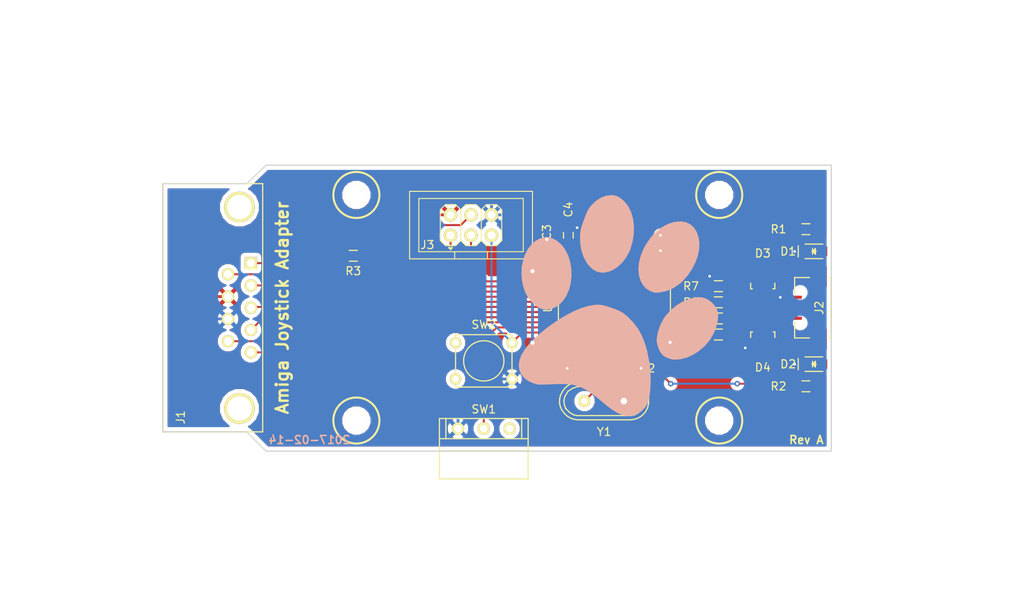
<source format=kicad_pcb>
(kicad_pcb (version 4) (host pcbnew 4.0.2+dfsg1-stable)

  (general
    (links 0)
    (no_connects 1)
    (area 50.8 50.8 179.29525 127.000001)
    (thickness 1.6)
    (drawings 17)
    (tracks 229)
    (zones 0)
    (modules 28)
    (nets 33)
  )

  (page A4)
  (layers
    (0 F.Cu signal)
    (31 B.Cu signal)
    (34 B.Paste user)
    (35 F.Paste user)
    (36 B.SilkS user)
    (37 F.SilkS user)
    (38 B.Mask user)
    (39 F.Mask user)
    (44 Edge.Cuts user)
    (47 F.CrtYd user)
    (49 F.Fab user)
  )

  (setup
    (last_trace_width 0.25)
    (trace_clearance 0.2)
    (zone_clearance 0.508)
    (zone_45_only no)
    (trace_min 0.1524)
    (segment_width 0.2)
    (edge_width 0.15)
    (via_size 0.6858)
    (via_drill 0.3302)
    (via_min_size 0.6858)
    (via_min_drill 0.3302)
    (uvia_size 0.3)
    (uvia_drill 0.1)
    (uvias_allowed no)
    (uvia_min_size 0)
    (uvia_min_drill 0)
    (pcb_text_width 0.3)
    (pcb_text_size 1.5 1.5)
    (mod_edge_width 0.15)
    (mod_text_size 1 1)
    (mod_text_width 0.15)
    (pad_size 0.8 0.8)
    (pad_drill 0.8)
    (pad_to_mask_clearance 0.2)
    (aux_axis_origin 0 0)
    (visible_elements FFFFFF7F)
    (pcbplotparams
      (layerselection 0x010f0_80000001)
      (usegerberextensions true)
      (excludeedgelayer true)
      (linewidth 0.100000)
      (plotframeref false)
      (viasonmask false)
      (mode 1)
      (useauxorigin false)
      (hpglpennumber 1)
      (hpglpenspeed 20)
      (hpglpendiameter 15)
      (hpglpenoverlay 2)
      (psnegative false)
      (psa4output false)
      (plotreference true)
      (plotvalue true)
      (plotinvisibletext false)
      (padsonsilk false)
      (subtractmaskfromsilk true)
      (outputformat 1)
      (mirror false)
      (drillshape 0)
      (scaleselection 1)
      (outputdirectory gerbers/))
  )

  (net 0 "")
  (net 1 GND)
  (net 2 VCC)
  (net 3 /MISO)
  (net 4 /SCK)
  (net 5 /MOSI)
  (net 6 /RES)
  (net 7 "Net-(SW1-Pad1)")
  (net 8 "Net-(SW2-Pad1)")
  (net 9 "Net-(D3-Pad2)")
  (net 10 "Net-(D4-Pad2)")
  (net 11 /X2)
  (net 12 /X1)
  (net 13 /LED1)
  (net 14 /LED2)
  (net 15 /SW2)
  (net 16 /JOY_BM)
  (net 17 /JOY_R)
  (net 18 /JOY_L)
  (net 19 /JOY_D)
  (net 20 /JOY_U)
  (net 21 /JOY_BL)
  (net 22 /JOY_BR)
  (net 23 /LED1A)
  (net 24 /LED2A)
  (net 25 /USB_P)
  (net 26 /USB_N)
  (net 27 /MC_P)
  (net 28 /MC_N)
  (net 29 /USB_N_PULLUP)
  (net 30 "Net-(SW2-Pad4)")
  (net 31 "Net-(J2-Pad4)")
  (net 32 "Net-(J2-Pad6)")

  (net_class Default "This is the default net class."
    (clearance 0.2)
    (trace_width 0.25)
    (via_dia 0.6858)
    (via_drill 0.3302)
    (uvia_dia 0.3)
    (uvia_drill 0.1)
    (add_net /JOY_BL)
    (add_net /JOY_BM)
    (add_net /JOY_BR)
    (add_net /JOY_D)
    (add_net /JOY_L)
    (add_net /JOY_R)
    (add_net /JOY_U)
    (add_net /LED1)
    (add_net /LED1A)
    (add_net /LED2)
    (add_net /LED2A)
    (add_net /MC_N)
    (add_net /MC_P)
    (add_net /MISO)
    (add_net /MOSI)
    (add_net /RES)
    (add_net /SCK)
    (add_net /SW2)
    (add_net /USB_N)
    (add_net /USB_N_PULLUP)
    (add_net /USB_P)
    (add_net /X1)
    (add_net /X2)
    (add_net "Net-(D3-Pad2)")
    (add_net "Net-(D4-Pad2)")
    (add_net "Net-(J2-Pad4)")
    (add_net "Net-(J2-Pad6)")
    (add_net "Net-(SW1-Pad1)")
    (add_net "Net-(SW2-Pad1)")
    (add_net "Net-(SW2-Pad4)")
  )

  (net_class PWR ""
    (clearance 0.2)
    (trace_width 0.35)
    (via_dia 0.6858)
    (via_drill 0.3302)
    (uvia_dia 0.3)
    (uvia_drill 0.1)
    (add_net GND)
    (add_net VCC)
  )

  (module olof:MountingHole_2-5mm locked (layer F.Cu) (tedit 58A37238) (tstamp 58A39513)
    (at 140 103)
    (descr "Mounting hole, Befestigungsbohrung, 2,5mm, No Annular, Kein Restring,")
    (tags "Mounting hole, Befestigungsbohrung, 2,5mm, No Annular, Kein Restring,")
    (fp_text reference MH6 (at 0 -3.50012) (layer F.SilkS) hide
      (effects (font (size 1 1) (thickness 0.15)))
    )
    (fp_text value MOUNTING_HOLE (at 0.09906 3.59918) (layer F.Fab) hide
      (effects (font (size 1 1) (thickness 0.15)))
    )
    (fp_circle (center 0 0) (end 2.8575 0) (layer F.SilkS) (width 0.254))
    (fp_circle (center 0 0) (end 2.5 0) (layer Cmts.User) (width 0.381))
    (pad "" np_thru_hole circle (at 0 0) (size 2.5 2.5) (drill 2.5) (layers *.Cu *.Mask F.SilkS))
  )

  (module olof:MountingHole_2-5mm locked (layer F.Cu) (tedit 58A37220) (tstamp 58A3950C)
    (at 140 75)
    (descr "Mounting hole, Befestigungsbohrung, 2,5mm, No Annular, Kein Restring,")
    (tags "Mounting hole, Befestigungsbohrung, 2,5mm, No Annular, Kein Restring,")
    (fp_text reference MH6 (at 0 -3.50012) (layer F.SilkS) hide
      (effects (font (size 1 1) (thickness 0.15)))
    )
    (fp_text value MOUNTING_HOLE (at 0.09906 3.59918) (layer F.Fab) hide
      (effects (font (size 1 1) (thickness 0.15)))
    )
    (fp_circle (center 0 0) (end 2.8575 0) (layer F.SilkS) (width 0.254))
    (fp_circle (center 0 0) (end 2.5 0) (layer Cmts.User) (width 0.381))
    (pad "" np_thru_hole circle (at 0 0) (size 2.5 2.5) (drill 2.5) (layers *.Cu *.Mask F.SilkS))
  )

  (module olof:MountingHole_2-5mm locked (layer F.Cu) (tedit 58A37247) (tstamp 58A39506)
    (at 95 103)
    (descr "Mounting hole, Befestigungsbohrung, 2,5mm, No Annular, Kein Restring,")
    (tags "Mounting hole, Befestigungsbohrung, 2,5mm, No Annular, Kein Restring,")
    (fp_text reference MH6 (at 0 -3.50012) (layer F.SilkS) hide
      (effects (font (size 1 1) (thickness 0.15)))
    )
    (fp_text value MOUNTING_HOLE (at 0.09906 3.59918) (layer F.Fab) hide
      (effects (font (size 1 1) (thickness 0.15)))
    )
    (fp_circle (center 0 0) (end 2.8575 0) (layer F.SilkS) (width 0.254))
    (fp_circle (center 0 0) (end 2.5 0) (layer Cmts.User) (width 0.381))
    (pad "" np_thru_hole circle (at 0 0) (size 2.5 2.5) (drill 2.5) (layers *.Cu *.Mask F.SilkS))
  )

  (module ab2_idc:AB2_HDR_M03-2V-S (layer F.Cu) (tedit 58A3234A) (tstamp 58A04431)
    (at 109.22 78.74)
    (path /58974E5F)
    (fp_text reference J3 (at -5.42 2.46) (layer F.SilkS)
      (effects (font (size 1 1) (thickness 0.15)))
    )
    (fp_text value AVR-ISP-6 (at 0 -5.08) (layer F.Fab)
      (effects (font (size 0.8128 0.8128) (thickness 0.0762)))
    )
    (fp_line (start 2.032 3.302) (end 2.032 4.191) (layer F.SilkS) (width 0.127))
    (fp_line (start -2.032 3.302) (end -2.032 4.191) (layer F.SilkS) (width 0.127))
    (fp_line (start -2.794 2.794) (end -2.286 2.794) (layer F.SilkS) (width 0.127))
    (fp_line (start -2.413 2.794) (end -2.54 2.921) (layer F.SilkS) (width 0.127))
    (fp_line (start -2.667 2.794) (end -2.54 2.921) (layer F.SilkS) (width 0.127))
    (fp_line (start -2.286 2.794) (end -2.54 3.048) (layer F.SilkS) (width 0.127))
    (fp_line (start -2.794 2.794) (end -2.54 3.048) (layer F.SilkS) (width 0.127))
    (fp_line (start 6.477 -3.302) (end -6.477 -3.302) (layer F.SilkS) (width 0.127))
    (fp_line (start -6.477 -3.302) (end -6.477 3.302) (layer F.SilkS) (width 0.127))
    (fp_line (start -6.477 3.302) (end 6.477 3.302) (layer F.SilkS) (width 0.127))
    (fp_line (start 6.477 3.302) (end 6.477 -3.302) (layer F.SilkS) (width 0.127))
    (fp_line (start 7.62 -4.191) (end -7.62 -4.191) (layer F.SilkS) (width 0.127))
    (fp_line (start -7.62 -4.191) (end -7.62 4.191) (layer F.SilkS) (width 0.127))
    (fp_line (start -7.62 4.191) (end 7.62 4.191) (layer F.SilkS) (width 0.127))
    (fp_line (start 7.62 4.191) (end 7.62 -4.191) (layer F.SilkS) (width 0.127))
    (fp_line (start -2.794 2.54) (end -2.286 2.54) (layer F.SilkS) (width 0.127))
    (fp_line (start 1.27 -1.905) (end 1.905 -2.54) (layer F.SilkS) (width 0.127))
    (fp_line (start 1.905 -2.54) (end 3.175 -2.54) (layer F.SilkS) (width 0.127))
    (fp_line (start 3.175 -2.54) (end 3.81 -1.905) (layer F.SilkS) (width 0.127))
    (fp_line (start 3.81 -1.905) (end 3.81 1.905) (layer F.SilkS) (width 0.127))
    (fp_line (start 3.81 1.905) (end 3.175 2.54) (layer F.SilkS) (width 0.127))
    (fp_line (start 3.175 2.54) (end 1.905 2.54) (layer F.SilkS) (width 0.127))
    (fp_line (start 1.905 2.54) (end 1.27 1.905) (layer F.SilkS) (width 0.127))
    (fp_line (start -1.27 -1.905) (end -0.635 -2.54) (layer F.SilkS) (width 0.127))
    (fp_line (start -0.635 -2.54) (end 0.635 -2.54) (layer F.SilkS) (width 0.127))
    (fp_line (start 0.635 -2.54) (end 1.27 -1.905) (layer F.SilkS) (width 0.127))
    (fp_line (start 1.27 -1.905) (end 1.27 1.905) (layer F.SilkS) (width 0.127))
    (fp_line (start 1.27 1.905) (end 0.635 2.54) (layer F.SilkS) (width 0.127))
    (fp_line (start 0.635 2.54) (end -0.635 2.54) (layer F.SilkS) (width 0.127))
    (fp_line (start -0.635 2.54) (end -1.27 1.905) (layer F.SilkS) (width 0.127))
    (fp_line (start -3.175 2.54) (end -3.81 1.905) (layer F.SilkS) (width 0.127))
    (fp_line (start -3.81 1.905) (end -3.81 -1.905) (layer F.SilkS) (width 0.127))
    (fp_line (start -3.81 -1.905) (end -3.175 -2.54) (layer F.SilkS) (width 0.127))
    (fp_line (start -3.175 -2.54) (end -1.905 -2.54) (layer F.SilkS) (width 0.127))
    (fp_line (start -1.905 -2.54) (end -1.27 -1.905) (layer F.SilkS) (width 0.127))
    (fp_line (start -1.27 -1.905) (end -1.27 1.905) (layer F.SilkS) (width 0.127))
    (fp_line (start -1.27 1.905) (end -1.905 2.54) (layer F.SilkS) (width 0.127))
    (fp_line (start -1.905 2.54) (end -3.175 2.54) (layer F.SilkS) (width 0.127))
    (pad 1 thru_hole circle (at -2.54 1.27) (size 1.6764 1.6764) (drill 1.016) (layers *.Cu *.Mask F.SilkS)
      (net 3 /MISO))
    (pad 2 thru_hole circle (at -2.54 -1.27) (size 1.6764 1.6764) (drill 1.016) (layers *.Cu *.Mask F.SilkS)
      (net 2 VCC))
    (pad 3 thru_hole circle (at 0 1.27) (size 1.6764 1.6764) (drill 1.016) (layers *.Cu *.Mask F.SilkS)
      (net 4 /SCK))
    (pad 4 thru_hole circle (at 0 -1.27) (size 1.6764 1.6764) (drill 1.016) (layers *.Cu *.Mask F.SilkS)
      (net 5 /MOSI))
    (pad 5 thru_hole circle (at 2.54 1.27) (size 1.6764 1.6764) (drill 1.016) (layers *.Cu *.Mask F.SilkS)
      (net 6 /RES))
    (pad 6 thru_hole circle (at 2.54 -1.27) (size 1.6764 1.6764) (drill 1.016) (layers *.Cu *.Mask F.SilkS)
      (net 1 GND))
    (model ab2_idc/AB2_HDR_M03-2V-S-3M.x3d
      (at (xyz 0 0 0))
      (scale (xyz 0.3937 0.3937 0.3937))
      (rotate (xyz 0 0 0))
    )
  )

  (module Capacitors_SMD:C_0603_HandSoldering (layer F.Cu) (tedit 58A31C41) (tstamp 58A043DD)
    (at 123.571 96.52 180)
    (descr "Capacitor SMD 0603, hand soldering")
    (tags "capacitor 0603")
    (path /58974C9E)
    (attr smd)
    (fp_text reference C1 (at 3.2 0 180) (layer F.SilkS)
      (effects (font (size 1 1) (thickness 0.15)))
    )
    (fp_text value 22p (at 0 1.9 180) (layer F.Fab)
      (effects (font (size 1 1) (thickness 0.15)))
    )
    (fp_line (start -1.85 -0.75) (end 1.85 -0.75) (layer F.CrtYd) (width 0.05))
    (fp_line (start -1.85 0.75) (end 1.85 0.75) (layer F.CrtYd) (width 0.05))
    (fp_line (start -1.85 -0.75) (end -1.85 0.75) (layer F.CrtYd) (width 0.05))
    (fp_line (start 1.85 -0.75) (end 1.85 0.75) (layer F.CrtYd) (width 0.05))
    (fp_line (start -0.35 -0.6) (end 0.35 -0.6) (layer F.SilkS) (width 0.15))
    (fp_line (start 0.35 0.6) (end -0.35 0.6) (layer F.SilkS) (width 0.15))
    (pad 1 smd rect (at -0.95 0 180) (size 1.2 0.75) (layers F.Cu F.Paste F.Mask)
      (net 11 /X2))
    (pad 2 smd rect (at 0.95 0 180) (size 1.2 0.75) (layers F.Cu F.Paste F.Mask)
      (net 1 GND))
    (model Capacitors_SMD.3dshapes/C_0603_HandSoldering.wrl
      (at (xyz 0 0 0))
      (scale (xyz 1 1 1))
      (rotate (xyz 0 0 0))
    )
  )

  (module Capacitors_SMD:C_0603_HandSoldering (layer F.Cu) (tedit 58A31C49) (tstamp 58A043E9)
    (at 127.889 96.52)
    (descr "Capacitor SMD 0603, hand soldering")
    (tags "capacitor 0603")
    (path /58974C4B)
    (attr smd)
    (fp_text reference C2 (at 3.2 0) (layer F.SilkS)
      (effects (font (size 1 1) (thickness 0.15)))
    )
    (fp_text value 22p (at 0 1.9) (layer F.Fab)
      (effects (font (size 1 1) (thickness 0.15)))
    )
    (fp_line (start -1.85 -0.75) (end 1.85 -0.75) (layer F.CrtYd) (width 0.05))
    (fp_line (start -1.85 0.75) (end 1.85 0.75) (layer F.CrtYd) (width 0.05))
    (fp_line (start -1.85 -0.75) (end -1.85 0.75) (layer F.CrtYd) (width 0.05))
    (fp_line (start 1.85 -0.75) (end 1.85 0.75) (layer F.CrtYd) (width 0.05))
    (fp_line (start -0.35 -0.6) (end 0.35 -0.6) (layer F.SilkS) (width 0.15))
    (fp_line (start 0.35 0.6) (end -0.35 0.6) (layer F.SilkS) (width 0.15))
    (pad 1 smd rect (at -0.95 0) (size 1.2 0.75) (layers F.Cu F.Paste F.Mask)
      (net 12 /X1))
    (pad 2 smd rect (at 0.95 0) (size 1.2 0.75) (layers F.Cu F.Paste F.Mask)
      (net 1 GND))
    (model Capacitors_SMD.3dshapes/C_0603_HandSoldering.wrl
      (at (xyz 0 0 0))
      (scale (xyz 1 1 1))
      (rotate (xyz 0 0 0))
    )
  )

  (module Capacitors_SMD:C_0603_HandSoldering (layer F.Cu) (tedit 58A31E79) (tstamp 58A043F5)
    (at 118.618 82.809 90)
    (descr "Capacitor SMD 0603, hand soldering")
    (tags "capacitor 0603")
    (path /5897A92A)
    (attr smd)
    (fp_text reference C3 (at 3.2 0 90) (layer F.SilkS)
      (effects (font (size 1 1) (thickness 0.15)))
    )
    (fp_text value 1u (at 3.5 0.535 90) (layer F.Fab)
      (effects (font (size 1 1) (thickness 0.15)))
    )
    (fp_line (start -1.85 -0.75) (end 1.85 -0.75) (layer F.CrtYd) (width 0.05))
    (fp_line (start -1.85 0.75) (end 1.85 0.75) (layer F.CrtYd) (width 0.05))
    (fp_line (start -1.85 -0.75) (end -1.85 0.75) (layer F.CrtYd) (width 0.05))
    (fp_line (start 1.85 -0.75) (end 1.85 0.75) (layer F.CrtYd) (width 0.05))
    (fp_line (start -0.35 -0.6) (end 0.35 -0.6) (layer F.SilkS) (width 0.15))
    (fp_line (start 0.35 0.6) (end -0.35 0.6) (layer F.SilkS) (width 0.15))
    (pad 1 smd rect (at -0.95 0 90) (size 1.2 0.75) (layers F.Cu F.Paste F.Mask)
      (net 2 VCC))
    (pad 2 smd rect (at 0.95 0 90) (size 1.2 0.75) (layers F.Cu F.Paste F.Mask)
      (net 1 GND))
    (model Capacitors_SMD.3dshapes/C_0603_HandSoldering.wrl
      (at (xyz 0 0 0))
      (scale (xyz 1 1 1))
      (rotate (xyz 0 0 0))
    )
  )

  (module Capacitors_SMD:C_0603_HandSoldering (layer F.Cu) (tedit 58A31E7D) (tstamp 58A04401)
    (at 121.285 80.01 90)
    (descr "Capacitor SMD 0603, hand soldering")
    (tags "capacitor 0603")
    (path /58974CD9)
    (attr smd)
    (fp_text reference C4 (at 3.2 0 90) (layer F.SilkS)
      (effects (font (size 1 1) (thickness 0.15)))
    )
    (fp_text value 100n (at 0 1.9 90) (layer F.Fab)
      (effects (font (size 1 1) (thickness 0.15)))
    )
    (fp_line (start -1.85 -0.75) (end 1.85 -0.75) (layer F.CrtYd) (width 0.05))
    (fp_line (start -1.85 0.75) (end 1.85 0.75) (layer F.CrtYd) (width 0.05))
    (fp_line (start -1.85 -0.75) (end -1.85 0.75) (layer F.CrtYd) (width 0.05))
    (fp_line (start 1.85 -0.75) (end 1.85 0.75) (layer F.CrtYd) (width 0.05))
    (fp_line (start -0.35 -0.6) (end 0.35 -0.6) (layer F.SilkS) (width 0.15))
    (fp_line (start 0.35 0.6) (end -0.35 0.6) (layer F.SilkS) (width 0.15))
    (pad 1 smd rect (at -0.95 0 90) (size 1.2 0.75) (layers F.Cu F.Paste F.Mask)
      (net 2 VCC))
    (pad 2 smd rect (at 0.95 0 90) (size 1.2 0.75) (layers F.Cu F.Paste F.Mask)
      (net 1 GND))
    (model Capacitors_SMD.3dshapes/C_0603_HandSoldering.wrl
      (at (xyz 0 0 0))
      (scale (xyz 1 1 1))
      (rotate (xyz 0 0 0))
    )
  )

  (module olof:LED_0805 (layer F.Cu) (tedit 58A31D17) (tstamp 58A04445)
    (at 151.75 82)
    (descr "LED 0805 smd package")
    (tags "LED 0805 SMD")
    (path /5897D784)
    (attr smd)
    (fp_text reference D1 (at -3.2 0) (layer F.SilkS)
      (effects (font (size 1 1) (thickness 0.15)))
    )
    (fp_text value LED (at 0 1.9) (layer F.Fab)
      (effects (font (size 1 1) (thickness 0.15)))
    )
    (fp_line (start -1.95 0.7) (end -1.95 -0.7) (layer F.SilkS) (width 0.15))
    (fp_line (start -0.27 0) (end 0.28 0) (layer F.SilkS) (width 0.15))
    (fp_line (start -1.1 0.9) (end 1.1 0.9) (layer F.SilkS) (width 0.15))
    (fp_line (start -1.1 -0.9) (end 1.1 -0.9) (layer F.SilkS) (width 0.15))
    (fp_line (start 0.08 0.15) (end 0.08 -0.1) (layer F.SilkS) (width 0.15))
    (fp_line (start 0.08 -0.1) (end -0.07 0.05) (layer F.SilkS) (width 0.15))
    (fp_line (start -0.17 -0.35) (end -0.17 0.35) (layer F.SilkS) (width 0.15))
    (fp_line (start -0.17 0) (end 0.18 -0.35) (layer F.SilkS) (width 0.15))
    (fp_line (start 0.18 -0.35) (end 0.18 0.35) (layer F.SilkS) (width 0.15))
    (fp_line (start 0.18 0.35) (end -0.17 0) (layer F.SilkS) (width 0.15))
    (fp_line (start 1.9 -0.95) (end 1.9 0.95) (layer F.CrtYd) (width 0.05))
    (fp_line (start 1.9 0.95) (end -1.9 0.95) (layer F.CrtYd) (width 0.05))
    (fp_line (start -1.9 0.95) (end -1.9 -0.95) (layer F.CrtYd) (width 0.05))
    (fp_line (start -1.9 -0.95) (end 1.9 -0.95) (layer F.CrtYd) (width 0.05))
    (pad 2 smd rect (at 1.04902 0 180) (size 1.19888 1.19888) (layers F.Cu F.Paste F.Mask)
      (net 23 /LED1A))
    (pad 1 smd rect (at -1.04902 0 180) (size 1.19888 1.19888) (layers F.Cu F.Paste F.Mask)
      (net 1 GND))
    (model LEDs.3dshapes/LED_0805.wrl
      (at (xyz 0 0 0))
      (scale (xyz 1 1 1))
      (rotate (xyz 0 0 0))
    )
  )

  (module olof:LED_0805 (layer F.Cu) (tedit 58A31D28) (tstamp 58A04459)
    (at 151.75 96)
    (descr "LED 0805 smd package")
    (tags "LED 0805 SMD")
    (path /58979054)
    (attr smd)
    (fp_text reference D2 (at -3.2 0) (layer F.SilkS)
      (effects (font (size 1 1) (thickness 0.15)))
    )
    (fp_text value LED (at 0 1.9) (layer F.Fab)
      (effects (font (size 1 1) (thickness 0.15)))
    )
    (fp_line (start -1.95 0.7) (end -1.95 -0.7) (layer F.SilkS) (width 0.15))
    (fp_line (start -0.27 0) (end 0.28 0) (layer F.SilkS) (width 0.15))
    (fp_line (start -1.1 0.9) (end 1.1 0.9) (layer F.SilkS) (width 0.15))
    (fp_line (start -1.1 -0.9) (end 1.1 -0.9) (layer F.SilkS) (width 0.15))
    (fp_line (start 0.08 0.15) (end 0.08 -0.1) (layer F.SilkS) (width 0.15))
    (fp_line (start 0.08 -0.1) (end -0.07 0.05) (layer F.SilkS) (width 0.15))
    (fp_line (start -0.17 -0.35) (end -0.17 0.35) (layer F.SilkS) (width 0.15))
    (fp_line (start -0.17 0) (end 0.18 -0.35) (layer F.SilkS) (width 0.15))
    (fp_line (start 0.18 -0.35) (end 0.18 0.35) (layer F.SilkS) (width 0.15))
    (fp_line (start 0.18 0.35) (end -0.17 0) (layer F.SilkS) (width 0.15))
    (fp_line (start 1.9 -0.95) (end 1.9 0.95) (layer F.CrtYd) (width 0.05))
    (fp_line (start 1.9 0.95) (end -1.9 0.95) (layer F.CrtYd) (width 0.05))
    (fp_line (start -1.9 0.95) (end -1.9 -0.95) (layer F.CrtYd) (width 0.05))
    (fp_line (start -1.9 -0.95) (end 1.9 -0.95) (layer F.CrtYd) (width 0.05))
    (pad 2 smd rect (at 1.04902 0 180) (size 1.19888 1.19888) (layers F.Cu F.Paste F.Mask)
      (net 24 /LED2A))
    (pad 1 smd rect (at -1.04902 0 180) (size 1.19888 1.19888) (layers F.Cu F.Paste F.Mask)
      (net 1 GND))
    (model LEDs.3dshapes/LED_0805.wrl
      (at (xyz 0 0 0))
      (scale (xyz 1 1 1))
      (rotate (xyz 0 0 0))
    )
  )

  (module Resistors_SMD:R_0603_HandSoldering (layer F.Cu) (tedit 58A31D0E) (tstamp 58A044E4)
    (at 150.75 79.25)
    (descr "Resistor SMD 0603, hand soldering")
    (tags "resistor 0603")
    (path /5897D973)
    (attr smd)
    (fp_text reference R1 (at -3.4 0) (layer F.SilkS)
      (effects (font (size 1 1) (thickness 0.15)))
    )
    (fp_text value 470 (at 0 1.9) (layer F.Fab)
      (effects (font (size 1 1) (thickness 0.15)))
    )
    (fp_line (start -2 -0.8) (end 2 -0.8) (layer F.CrtYd) (width 0.05))
    (fp_line (start -2 0.8) (end 2 0.8) (layer F.CrtYd) (width 0.05))
    (fp_line (start -2 -0.8) (end -2 0.8) (layer F.CrtYd) (width 0.05))
    (fp_line (start 2 -0.8) (end 2 0.8) (layer F.CrtYd) (width 0.05))
    (fp_line (start 0.5 0.675) (end -0.5 0.675) (layer F.SilkS) (width 0.15))
    (fp_line (start -0.5 -0.675) (end 0.5 -0.675) (layer F.SilkS) (width 0.15))
    (pad 1 smd rect (at -1.1 0) (size 1.2 0.9) (layers F.Cu F.Paste F.Mask)
      (net 13 /LED1))
    (pad 2 smd rect (at 1.1 0) (size 1.2 0.9) (layers F.Cu F.Paste F.Mask)
      (net 23 /LED1A))
    (model Resistors_SMD.3dshapes/R_0603_HandSoldering.wrl
      (at (xyz 0 0 0))
      (scale (xyz 1 1 1))
      (rotate (xyz 0 0 0))
    )
  )

  (module Resistors_SMD:R_0603_HandSoldering (layer F.Cu) (tedit 58A31D2F) (tstamp 58A044F0)
    (at 150.75 98.75)
    (descr "Resistor SMD 0603, hand soldering")
    (tags "resistor 0603")
    (path /5897934C)
    (attr smd)
    (fp_text reference R2 (at -3.4 0) (layer F.SilkS)
      (effects (font (size 1 1) (thickness 0.15)))
    )
    (fp_text value 470 (at 0 1.9) (layer F.Fab)
      (effects (font (size 1 1) (thickness 0.15)))
    )
    (fp_line (start -2 -0.8) (end 2 -0.8) (layer F.CrtYd) (width 0.05))
    (fp_line (start -2 0.8) (end 2 0.8) (layer F.CrtYd) (width 0.05))
    (fp_line (start -2 -0.8) (end -2 0.8) (layer F.CrtYd) (width 0.05))
    (fp_line (start 2 -0.8) (end 2 0.8) (layer F.CrtYd) (width 0.05))
    (fp_line (start 0.5 0.675) (end -0.5 0.675) (layer F.SilkS) (width 0.15))
    (fp_line (start -0.5 -0.675) (end 0.5 -0.675) (layer F.SilkS) (width 0.15))
    (pad 1 smd rect (at -1.1 0) (size 1.2 0.9) (layers F.Cu F.Paste F.Mask)
      (net 14 /LED2))
    (pad 2 smd rect (at 1.1 0) (size 1.2 0.9) (layers F.Cu F.Paste F.Mask)
      (net 24 /LED2A))
    (model Resistors_SMD.3dshapes/R_0603_HandSoldering.wrl
      (at (xyz 0 0 0))
      (scale (xyz 1 1 1))
      (rotate (xyz 0 0 0))
    )
  )

  (module Resistors_SMD:R_0603_HandSoldering (layer F.Cu) (tedit 58A31CDC) (tstamp 58A04508)
    (at 139.9 88.325 180)
    (descr "Resistor SMD 0603, hand soldering")
    (tags "resistor 0603")
    (path /58975479)
    (attr smd)
    (fp_text reference R4 (at 3.4 0 180) (layer F.SilkS)
      (effects (font (size 1 1) (thickness 0.15)))
    )
    (fp_text value 68 (at 3.1 -0.075 180) (layer F.Fab)
      (effects (font (size 1 1) (thickness 0.15)))
    )
    (fp_line (start -2 -0.8) (end 2 -0.8) (layer F.CrtYd) (width 0.05))
    (fp_line (start -2 0.8) (end 2 0.8) (layer F.CrtYd) (width 0.05))
    (fp_line (start -2 -0.8) (end -2 0.8) (layer F.CrtYd) (width 0.05))
    (fp_line (start 2 -0.8) (end 2 0.8) (layer F.CrtYd) (width 0.05))
    (fp_line (start 0.5 0.675) (end -0.5 0.675) (layer F.SilkS) (width 0.15))
    (fp_line (start -0.5 -0.675) (end 0.5 -0.675) (layer F.SilkS) (width 0.15))
    (pad 1 smd rect (at -1.1 0 180) (size 1.2 0.9) (layers F.Cu F.Paste F.Mask)
      (net 25 /USB_P))
    (pad 2 smd rect (at 1.1 0 180) (size 1.2 0.9) (layers F.Cu F.Paste F.Mask)
      (net 27 /MC_P))
    (model Resistors_SMD.3dshapes/R_0603_HandSoldering.wrl
      (at (xyz 0 0 0))
      (scale (xyz 1 1 1))
      (rotate (xyz 0 0 0))
    )
  )

  (module Resistors_SMD:R_0603_HandSoldering (layer F.Cu) (tedit 58A31CD6) (tstamp 58A04514)
    (at 139.9 90.325 180)
    (descr "Resistor SMD 0603, hand soldering")
    (tags "resistor 0603")
    (path /58975526)
    (attr smd)
    (fp_text reference R5 (at 3.4 0 180) (layer F.SilkS)
      (effects (font (size 1 1) (thickness 0.15)))
    )
    (fp_text value 68 (at 3.2 -0.075 180) (layer F.Fab)
      (effects (font (size 1 1) (thickness 0.15)))
    )
    (fp_line (start -2 -0.8) (end 2 -0.8) (layer F.CrtYd) (width 0.05))
    (fp_line (start -2 0.8) (end 2 0.8) (layer F.CrtYd) (width 0.05))
    (fp_line (start -2 -0.8) (end -2 0.8) (layer F.CrtYd) (width 0.05))
    (fp_line (start 2 -0.8) (end 2 0.8) (layer F.CrtYd) (width 0.05))
    (fp_line (start 0.5 0.675) (end -0.5 0.675) (layer F.SilkS) (width 0.15))
    (fp_line (start -0.5 -0.675) (end 0.5 -0.675) (layer F.SilkS) (width 0.15))
    (pad 1 smd rect (at -1.1 0 180) (size 1.2 0.9) (layers F.Cu F.Paste F.Mask)
      (net 26 /USB_N))
    (pad 2 smd rect (at 1.1 0 180) (size 1.2 0.9) (layers F.Cu F.Paste F.Mask)
      (net 28 /MC_N))
    (model Resistors_SMD.3dshapes/R_0603_HandSoldering.wrl
      (at (xyz 0 0 0))
      (scale (xyz 1 1 1))
      (rotate (xyz 0 0 0))
    )
  )

  (module Resistors_SMD:R_0603_HandSoldering (layer F.Cu) (tedit 58A31CE5) (tstamp 58A0452C)
    (at 139.9 86.325)
    (descr "Resistor SMD 0603, hand soldering")
    (tags "resistor 0603")
    (path /58976C59)
    (attr smd)
    (fp_text reference R7 (at -3.4 0) (layer F.SilkS)
      (effects (font (size 1 1) (thickness 0.15)))
    )
    (fp_text value 1M (at -3.2 0.075) (layer F.Fab)
      (effects (font (size 1 1) (thickness 0.15)))
    )
    (fp_line (start -2 -0.8) (end 2 -0.8) (layer F.CrtYd) (width 0.05))
    (fp_line (start -2 0.8) (end 2 0.8) (layer F.CrtYd) (width 0.05))
    (fp_line (start -2 -0.8) (end -2 0.8) (layer F.CrtYd) (width 0.05))
    (fp_line (start 2 -0.8) (end 2 0.8) (layer F.CrtYd) (width 0.05))
    (fp_line (start 0.5 0.675) (end -0.5 0.675) (layer F.SilkS) (width 0.15))
    (fp_line (start -0.5 -0.675) (end 0.5 -0.675) (layer F.SilkS) (width 0.15))
    (pad 1 smd rect (at -1.1 0) (size 1.2 0.9) (layers F.Cu F.Paste F.Mask)
      (net 1 GND))
    (pad 2 smd rect (at 1.1 0) (size 1.2 0.9) (layers F.Cu F.Paste F.Mask)
      (net 25 /USB_P))
    (model Resistors_SMD.3dshapes/R_0603_HandSoldering.wrl
      (at (xyz 0 0 0))
      (scale (xyz 1 1 1))
      (rotate (xyz 0 0 0))
    )
  )

  (module Resistors_SMD:R_0603_HandSoldering (layer F.Cu) (tedit 58A31CD2) (tstamp 58A04538)
    (at 139.9 92.325 180)
    (descr "Resistor SMD 0603, hand soldering")
    (tags "resistor 0603")
    (path /58976CC6)
    (attr smd)
    (fp_text reference R8 (at 3.4 0 180) (layer F.SilkS)
      (effects (font (size 1 1) (thickness 0.15)))
    )
    (fp_text value 1k5 (at 3.6 0.025 180) (layer F.Fab)
      (effects (font (size 1 1) (thickness 0.15)))
    )
    (fp_line (start -2 -0.8) (end 2 -0.8) (layer F.CrtYd) (width 0.05))
    (fp_line (start -2 0.8) (end 2 0.8) (layer F.CrtYd) (width 0.05))
    (fp_line (start -2 -0.8) (end -2 0.8) (layer F.CrtYd) (width 0.05))
    (fp_line (start 2 -0.8) (end 2 0.8) (layer F.CrtYd) (width 0.05))
    (fp_line (start 0.5 0.675) (end -0.5 0.675) (layer F.SilkS) (width 0.15))
    (fp_line (start -0.5 -0.675) (end 0.5 -0.675) (layer F.SilkS) (width 0.15))
    (pad 1 smd rect (at -1.1 0 180) (size 1.2 0.9) (layers F.Cu F.Paste F.Mask)
      (net 26 /USB_N))
    (pad 2 smd rect (at 1.1 0 180) (size 1.2 0.9) (layers F.Cu F.Paste F.Mask)
      (net 29 /USB_N_PULLUP))
    (model Resistors_SMD.3dshapes/R_0603_HandSoldering.wrl
      (at (xyz 0 0 0))
      (scale (xyz 1 1 1))
      (rotate (xyz 0 0 0))
    )
  )

  (module Crystals:Crystal_HC49-U_Vertical (layer F.Cu) (tedit 0) (tstamp 58A04590)
    (at 125.73 100.584 180)
    (descr "Crystal, Quarz, HC49/U, vertical, stehend,")
    (tags "Crystal, Quarz, HC49/U, vertical, stehend,")
    (path /58974A28)
    (fp_text reference Y1 (at 0 -3.81 180) (layer F.SilkS)
      (effects (font (size 1 1) (thickness 0.15)))
    )
    (fp_text value 12MHz (at 0 -1.6 180) (layer F.Fab)
      (effects (font (size 1 1) (thickness 0.15)))
    )
    (fp_line (start 4.699 -1.00076) (end 4.89966 -0.59944) (layer F.SilkS) (width 0.15))
    (fp_line (start 4.89966 -0.59944) (end 5.00126 0) (layer F.SilkS) (width 0.15))
    (fp_line (start 5.00126 0) (end 4.89966 0.50038) (layer F.SilkS) (width 0.15))
    (fp_line (start 4.89966 0.50038) (end 4.50088 1.19888) (layer F.SilkS) (width 0.15))
    (fp_line (start 4.50088 1.19888) (end 3.8989 1.6002) (layer F.SilkS) (width 0.15))
    (fp_line (start 3.8989 1.6002) (end 3.29946 1.80086) (layer F.SilkS) (width 0.15))
    (fp_line (start 3.29946 1.80086) (end -3.29946 1.80086) (layer F.SilkS) (width 0.15))
    (fp_line (start -3.29946 1.80086) (end -4.0005 1.6002) (layer F.SilkS) (width 0.15))
    (fp_line (start -4.0005 1.6002) (end -4.39928 1.30048) (layer F.SilkS) (width 0.15))
    (fp_line (start -4.39928 1.30048) (end -4.8006 0.8001) (layer F.SilkS) (width 0.15))
    (fp_line (start -4.8006 0.8001) (end -5.00126 0.20066) (layer F.SilkS) (width 0.15))
    (fp_line (start -5.00126 0.20066) (end -5.00126 -0.29972) (layer F.SilkS) (width 0.15))
    (fp_line (start -5.00126 -0.29972) (end -4.8006 -0.8001) (layer F.SilkS) (width 0.15))
    (fp_line (start -4.8006 -0.8001) (end -4.30022 -1.39954) (layer F.SilkS) (width 0.15))
    (fp_line (start -4.30022 -1.39954) (end -3.79984 -1.69926) (layer F.SilkS) (width 0.15))
    (fp_line (start -3.79984 -1.69926) (end -3.29946 -1.80086) (layer F.SilkS) (width 0.15))
    (fp_line (start -3.2004 -1.80086) (end 3.40106 -1.80086) (layer F.SilkS) (width 0.15))
    (fp_line (start 3.40106 -1.80086) (end 3.79984 -1.69926) (layer F.SilkS) (width 0.15))
    (fp_line (start 3.79984 -1.69926) (end 4.30022 -1.39954) (layer F.SilkS) (width 0.15))
    (fp_line (start 4.30022 -1.39954) (end 4.8006 -0.89916) (layer F.SilkS) (width 0.15))
    (fp_line (start -3.19024 -2.32918) (end -3.64998 -2.28092) (layer F.SilkS) (width 0.15))
    (fp_line (start -3.64998 -2.28092) (end -4.04876 -2.16916) (layer F.SilkS) (width 0.15))
    (fp_line (start -4.04876 -2.16916) (end -4.48056 -1.95072) (layer F.SilkS) (width 0.15))
    (fp_line (start -4.48056 -1.95072) (end -4.77012 -1.71958) (layer F.SilkS) (width 0.15))
    (fp_line (start -4.77012 -1.71958) (end -5.10032 -1.36906) (layer F.SilkS) (width 0.15))
    (fp_line (start -5.10032 -1.36906) (end -5.38988 -0.83058) (layer F.SilkS) (width 0.15))
    (fp_line (start -5.38988 -0.83058) (end -5.51942 -0.23114) (layer F.SilkS) (width 0.15))
    (fp_line (start -5.51942 -0.23114) (end -5.51942 0.2794) (layer F.SilkS) (width 0.15))
    (fp_line (start -5.51942 0.2794) (end -5.34924 0.98044) (layer F.SilkS) (width 0.15))
    (fp_line (start -5.34924 0.98044) (end -4.95046 1.56972) (layer F.SilkS) (width 0.15))
    (fp_line (start -4.95046 1.56972) (end -4.49072 1.94056) (layer F.SilkS) (width 0.15))
    (fp_line (start -4.49072 1.94056) (end -4.06908 2.14884) (layer F.SilkS) (width 0.15))
    (fp_line (start -4.06908 2.14884) (end -3.6195 2.30886) (layer F.SilkS) (width 0.15))
    (fp_line (start -3.6195 2.30886) (end -3.18008 2.33934) (layer F.SilkS) (width 0.15))
    (fp_line (start 4.16052 2.1209) (end 4.53898 1.89992) (layer F.SilkS) (width 0.15))
    (fp_line (start 4.53898 1.89992) (end 4.85902 1.62052) (layer F.SilkS) (width 0.15))
    (fp_line (start 4.85902 1.62052) (end 5.11048 1.29032) (layer F.SilkS) (width 0.15))
    (fp_line (start 5.11048 1.29032) (end 5.4102 0.73914) (layer F.SilkS) (width 0.15))
    (fp_line (start 5.4102 0.73914) (end 5.51942 0.26924) (layer F.SilkS) (width 0.15))
    (fp_line (start 5.51942 0.26924) (end 5.53974 -0.1905) (layer F.SilkS) (width 0.15))
    (fp_line (start 5.53974 -0.1905) (end 5.45084 -0.65024) (layer F.SilkS) (width 0.15))
    (fp_line (start 5.45084 -0.65024) (end 5.26034 -1.09982) (layer F.SilkS) (width 0.15))
    (fp_line (start 5.26034 -1.09982) (end 4.89966 -1.56972) (layer F.SilkS) (width 0.15))
    (fp_line (start 4.89966 -1.56972) (end 4.54914 -1.88976) (layer F.SilkS) (width 0.15))
    (fp_line (start 4.54914 -1.88976) (end 4.16052 -2.1209) (layer F.SilkS) (width 0.15))
    (fp_line (start 4.16052 -2.1209) (end 3.73126 -2.2606) (layer F.SilkS) (width 0.15))
    (fp_line (start 3.73126 -2.2606) (end 3.2893 -2.32918) (layer F.SilkS) (width 0.15))
    (fp_line (start -3.2004 2.32918) (end 3.2512 2.32918) (layer F.SilkS) (width 0.15))
    (fp_line (start 3.2512 2.32918) (end 3.6703 2.29108) (layer F.SilkS) (width 0.15))
    (fp_line (start 3.6703 2.29108) (end 4.16052 2.1209) (layer F.SilkS) (width 0.15))
    (fp_line (start -3.2004 -2.32918) (end 3.2512 -2.32918) (layer F.SilkS) (width 0.15))
    (pad 1 thru_hole circle (at -2.44094 0 180) (size 1.50114 1.50114) (drill 0.8001) (layers *.Cu *.Mask F.SilkS)
      (net 12 /X1))
    (pad 2 thru_hole circle (at 2.44094 0 180) (size 1.50114 1.50114) (drill 0.8001) (layers *.Cu *.Mask F.SilkS)
      (net 11 /X2))
  )

  (module TO_SOT_Packages_SMD:SOT-23_Handsoldering (layer F.Cu) (tedit 58A31CF8) (tstamp 58A0CFA2)
    (at 145.4 86 180)
    (descr "SOT-23, Handsoldering")
    (tags SOT-23)
    (path /58A054F9)
    (attr smd)
    (fp_text reference D3 (at 0 3.75 180) (layer F.SilkS)
      (effects (font (size 1 1) (thickness 0.15)))
    )
    (fp_text value BZX84C (at 0 3.81 180) (layer F.Fab)
      (effects (font (size 1 1) (thickness 0.15)))
    )
    (fp_line (start -1.49982 0.0508) (end -1.49982 -0.65024) (layer F.SilkS) (width 0.15))
    (fp_line (start -1.49982 -0.65024) (end -1.2509 -0.65024) (layer F.SilkS) (width 0.15))
    (fp_line (start 1.29916 -0.65024) (end 1.49982 -0.65024) (layer F.SilkS) (width 0.15))
    (fp_line (start 1.49982 -0.65024) (end 1.49982 0.0508) (layer F.SilkS) (width 0.15))
    (pad 1 smd rect (at -0.95 1.50114 180) (size 0.8001 1.80086) (layers F.Cu F.Paste F.Mask)
      (net 1 GND))
    (pad 2 smd rect (at 0.95 1.50114 180) (size 0.8001 1.80086) (layers F.Cu F.Paste F.Mask)
      (net 9 "Net-(D3-Pad2)"))
    (pad 3 smd rect (at 0 -1.50114 180) (size 0.8001 1.80086) (layers F.Cu F.Paste F.Mask)
      (net 25 /USB_P))
    (model TO_SOT_Packages_SMD.3dshapes/SOT-23_Handsoldering.wrl
      (at (xyz 0 0 0))
      (scale (xyz 1 1 1))
      (rotate (xyz 0 0 0))
    )
  )

  (module TO_SOT_Packages_SMD:SOT-23_Handsoldering (layer F.Cu) (tedit 58A31CF5) (tstamp 58A0CFAC)
    (at 145.4 92.65)
    (descr "SOT-23, Handsoldering")
    (tags SOT-23)
    (path /58A0571F)
    (attr smd)
    (fp_text reference D4 (at 0 3.75) (layer F.SilkS)
      (effects (font (size 1 1) (thickness 0.15)))
    )
    (fp_text value BZX84C (at 0 3.81) (layer F.Fab)
      (effects (font (size 1 1) (thickness 0.15)))
    )
    (fp_line (start -1.49982 0.0508) (end -1.49982 -0.65024) (layer F.SilkS) (width 0.15))
    (fp_line (start -1.49982 -0.65024) (end -1.2509 -0.65024) (layer F.SilkS) (width 0.15))
    (fp_line (start 1.29916 -0.65024) (end 1.49982 -0.65024) (layer F.SilkS) (width 0.15))
    (fp_line (start 1.49982 -0.65024) (end 1.49982 0.0508) (layer F.SilkS) (width 0.15))
    (pad 1 smd rect (at -0.95 1.50114) (size 0.8001 1.80086) (layers F.Cu F.Paste F.Mask)
      (net 1 GND))
    (pad 2 smd rect (at 0.95 1.50114) (size 0.8001 1.80086) (layers F.Cu F.Paste F.Mask)
      (net 10 "Net-(D4-Pad2)"))
    (pad 3 smd rect (at 0 -1.50114) (size 0.8001 1.80086) (layers F.Cu F.Paste F.Mask)
      (net 26 /USB_N))
    (model TO_SOT_Packages_SMD.3dshapes/SOT-23_Handsoldering.wrl
      (at (xyz 0 0 0))
      (scale (xyz 1 1 1))
      (rotate (xyz 0 0 0))
    )
  )

  (module olof:DB9-angled (layer F.Cu) (tedit 58A0E478) (tstamp 58A234FD)
    (at 80.5 89 90)
    (descr "Connecteur DB9 femelle couche")
    (tags "CONN DB9")
    (path /589776F6)
    (fp_text reference J1 (at -13.6 -7.3 90) (layer F.SilkS)
      (effects (font (size 1 1) (thickness 0.15)))
    )
    (fp_text value AMIGA_JOYPORT (at 0 -5.6 90) (layer F.Fab)
      (effects (font (size 1 1) (thickness 0.15)))
    )
    (fp_line (start -15.405 2.88) (end 15.405 2.88) (layer F.SilkS) (width 0.15))
    (fp_line (start 15.405 2.88) (end 15.405 -9.52) (layer F.SilkS) (width 0.15))
    (fp_line (start -15.405 -9.52) (end -15.405 2.88) (layer F.SilkS) (width 0.15))
    (fp_line (start -15.405 -9.52) (end 15.405 -9.52) (layer F.SilkS) (width 0.15))
    (pad "" thru_hole circle (at 12.5 0 90) (size 3.81 3.81) (drill 3.048) (layers *.Cu *.Mask F.SilkS))
    (pad "" thru_hole circle (at -12.5 0 90) (size 3.81 3.81) (drill 3.048) (layers *.Cu *.Mask F.SilkS))
    (pad 5 thru_hole circle (at -5.54 1.42 90) (size 1.524 1.524) (drill 1.016) (layers *.Cu *.Mask F.SilkS)
      (net 16 /JOY_BM))
    (pad 4 thru_hole circle (at -2.77 1.42 90) (size 1.524 1.524) (drill 1.016) (layers *.Cu *.Mask F.SilkS)
      (net 17 /JOY_R))
    (pad 3 thru_hole circle (at 0 1.42 90) (size 1.524 1.524) (drill 1.016) (layers *.Cu *.Mask F.SilkS)
      (net 18 /JOY_L))
    (pad 2 thru_hole circle (at 2.77 1.42 90) (size 1.524 1.524) (drill 1.016) (layers *.Cu *.Mask F.SilkS)
      (net 19 /JOY_D))
    (pad 1 thru_hole rect (at 5.54 1.42 90) (size 1.524 1.524) (drill 1.016) (layers *.Cu *.Mask F.SilkS)
      (net 20 /JOY_U))
    (pad 9 thru_hole circle (at -4.155 -1.42 90) (size 1.524 1.524) (drill 1.016) (layers *.Cu *.Mask F.SilkS)
      (net 22 /JOY_BR))
    (pad 8 thru_hole circle (at -1.385 -1.42 90) (size 1.524 1.524) (drill 1.016) (layers *.Cu *.Mask F.SilkS)
      (net 1 GND))
    (pad 7 thru_hole circle (at 1.385 -1.42 90) (size 1.524 1.524) (drill 1.016) (layers *.Cu *.Mask F.SilkS)
      (net 2 VCC))
    (pad 6 thru_hole circle (at 4.155 -1.42 90) (size 1.524 1.524) (drill 1.016) (layers *.Cu *.Mask F.SilkS)
      (net 21 /JOY_BL))
    (model Connect.3dshapes/DB9FC.wrl
      (at (xyz 0 0 0))
      (scale (xyz 1 1 1))
      (rotate (xyz 0 0 0))
    )
  )

  (module Resistors_SMD:R_0603_HandSoldering (layer F.Cu) (tedit 5418A00F) (tstamp 58A25B30)
    (at 94.615 82.55 180)
    (descr "Resistor SMD 0603, hand soldering")
    (tags "resistor 0603")
    (path /58A170E3)
    (attr smd)
    (fp_text reference R3 (at 0 -1.9 180) (layer F.SilkS)
      (effects (font (size 1 1) (thickness 0.15)))
    )
    (fp_text value 1k5 (at 0 1.9 180) (layer F.Fab)
      (effects (font (size 1 1) (thickness 0.15)))
    )
    (fp_line (start -2 -0.8) (end 2 -0.8) (layer F.CrtYd) (width 0.05))
    (fp_line (start -2 0.8) (end 2 0.8) (layer F.CrtYd) (width 0.05))
    (fp_line (start -2 -0.8) (end -2 0.8) (layer F.CrtYd) (width 0.05))
    (fp_line (start 2 -0.8) (end 2 0.8) (layer F.CrtYd) (width 0.05))
    (fp_line (start 0.5 0.675) (end -0.5 0.675) (layer F.SilkS) (width 0.15))
    (fp_line (start -0.5 -0.675) (end 0.5 -0.675) (layer F.SilkS) (width 0.15))
    (pad 1 smd rect (at -1.1 0 180) (size 1.2 0.9) (layers F.Cu F.Paste F.Mask)
      (net 5 /MOSI))
    (pad 2 smd rect (at 1.1 0 180) (size 1.2 0.9) (layers F.Cu F.Paste F.Mask)
      (net 20 /JOY_U))
    (model Resistors_SMD.3dshapes/R_0603_HandSoldering.wrl
      (at (xyz 0 0 0))
      (scale (xyz 1 1 1))
      (rotate (xyz 0 0 0))
    )
  )

  (module olof:USB_Micro_AB_Attend_207A-ABA0-R (layer F.Cu) (tedit 58A3730A) (tstamp 58A044D8)
    (at 153.85 89 90)
    (path /58A03FAB)
    (fp_text reference J2 (at 0 -1.45 90) (layer F.SilkS)
      (effects (font (size 1 1) (thickness 0.15)))
    )
    (fp_text value USB_OTG (at -0.1 3.25 90) (layer F.Fab)
      (effects (font (size 1 1) (thickness 0.15)))
    )
    (fp_line (start -3.75 -4.5) (end -1.75 -4.5) (layer F.SilkS) (width 0.15))
    (fp_line (start 3.75 -4.5) (end 1.75 -4.5) (layer F.SilkS) (width 0.15))
    (fp_line (start -3.75 -2.65) (end -3.75 -4.5) (layer F.SilkS) (width 0.15))
    (fp_line (start 3.75 -2.65) (end 3.75 -4.5) (layer F.SilkS) (width 0.15))
    (fp_line (start 3.75 0) (end 3.75 -0.25) (layer F.SilkS) (width 0.15))
    (fp_line (start -3.75 0) (end -3.75 -0.25) (layer F.SilkS) (width 0.15))
    (fp_line (start -3.75 0) (end 3.75 0) (layer F.SilkS) (width 0.15))
    (pad 1 smd rect (at -1.3 -4.45 90) (size 0.4 1.7) (layers F.Cu F.Paste F.Mask)
      (net 2 VCC))
    (pad 2 smd rect (at -0.65 -4.45 90) (size 0.4 1.7) (layers F.Cu F.Paste F.Mask)
      (net 26 /USB_N))
    (pad 3 smd rect (at 0 -4.45 90) (size 0.4 1.7) (layers F.Cu F.Paste F.Mask)
      (net 25 /USB_P))
    (pad 4 smd rect (at 0.65 -4.45 90) (size 0.4 1.7) (layers F.Cu F.Paste F.Mask)
      (net 31 "Net-(J2-Pad4)"))
    (pad 5 smd rect (at 1.3 -4.45 90) (size 0.4 1.7) (layers F.Cu F.Paste F.Mask)
      (net 1 GND))
    (pad "" np_thru_hole circle (at 1.9 -3.8 90) (size 0.8 0.8) (drill 0.8) (layers *.Cu *.Mask))
    (pad "" np_thru_hole circle (at -1.9 -3.8 90) (size 0.8 0.8) (drill 0.8) (layers *.Cu *.Mask))
    (pad 6 smd rect (at 3.9 -1.45 90) (size 2.6 1.9) (layers F.Cu F.Paste F.Mask)
      (net 32 "Net-(J2-Pad6)"))
    (pad 6 smd rect (at -3.9 -1.45 90) (size 2.6 1.9) (layers F.Cu F.Paste F.Mask)
      (net 32 "Net-(J2-Pad6)"))
  )

  (module olof:SPDT_MFP_120_R (layer F.Cu) (tedit 58A31BFF) (tstamp 58A0D202)
    (at 110.8 104 180)
    (path /5897BEFF)
    (fp_text reference SW1 (at 0 2.4 180) (layer F.SilkS)
      (effects (font (size 1 1) (thickness 0.15)))
    )
    (fp_text value SPDT (at 7.55 4.7 180) (layer F.Fab)
      (effects (font (size 1 1) (thickness 0.15)))
    )
    (fp_line (start -5.5 -2.75) (end 5.5 -2.75) (layer F.SilkS) (width 0.15))
    (fp_line (start 5.5 -6.25) (end 5.5 -1.25) (layer F.SilkS) (width 0.15))
    (fp_line (start -5.5 -6.25) (end 5.5 -6.25) (layer F.SilkS) (width 0.15))
    (fp_line (start -5.5 -1.25) (end -5.5 -6.25) (layer F.SilkS) (width 0.15))
    (fp_line (start -5.5 -1.25) (end -4.7 -1.25) (layer F.SilkS) (width 0.15))
    (fp_line (start -5.5 1.25) (end -5.5 -1.25) (layer F.SilkS) (width 0.15))
    (fp_line (start -4.7 1.25) (end -5.5 1.25) (layer F.SilkS) (width 0.15))
    (fp_line (start 5.5 1.25) (end 4.7 1.25) (layer F.SilkS) (width 0.15))
    (fp_line (start 5.5 -1.25) (end 5.5 1.25) (layer F.SilkS) (width 0.15))
    (fp_line (start 4.7 -1.25) (end 5.5 -1.25) (layer F.SilkS) (width 0.15))
    (fp_line (start 4.7 -1.25) (end -4.7 -1.25) (layer F.SilkS) (width 0.15))
    (fp_line (start 4.7 1.25) (end 4.7 -1.25) (layer F.SilkS) (width 0.15))
    (fp_line (start -4.7 1.25) (end 4.7 1.25) (layer F.SilkS) (width 0.15))
    (fp_line (start -4.7 -1.25) (end -4.7 1.25) (layer F.SilkS) (width 0.15))
    (pad 1 thru_hole circle (at -3.2 0 180) (size 1.524 1.524) (drill 0.95) (layers *.Cu *.Mask F.SilkS)
      (net 7 "Net-(SW1-Pad1)"))
    (pad 2 thru_hole circle (at 0 0 180) (size 1.524 1.524) (drill 0.95) (layers *.Cu *.Mask F.SilkS)
      (net 15 /SW2))
    (pad 3 thru_hole circle (at 3.2 0 180) (size 1.524 1.524) (drill 0.95) (layers *.Cu *.Mask F.SilkS)
      (net 1 GND))
  )

  (module olof:SW_PUSH_SMALL_4 (layer F.Cu) (tedit 58A31C2B) (tstamp 58A38F2C)
    (at 110.8 95.595 180)
    (path /58A31A22)
    (fp_text reference SW2 (at 0 4.5 180) (layer F.SilkS)
      (effects (font (size 1 1) (thickness 0.15)))
    )
    (fp_text value SPST_PUSH (at 0 4.5 180) (layer F.Fab)
      (effects (font (size 1 1) (thickness 0.15)))
    )
    (fp_circle (center 0 0) (end 0 -2.5) (layer F.SilkS) (width 0.15))
    (fp_line (start -3.5 -3.25) (end 3.5 -3.25) (layer F.SilkS) (width 0.15))
    (fp_line (start 3.5 -3.25) (end 3.5 3.25) (layer F.SilkS) (width 0.15))
    (fp_line (start 3.5 3.25) (end -3.5 3.25) (layer F.SilkS) (width 0.15))
    (fp_line (start -3.5 -3.25) (end -3.5 3.25) (layer F.SilkS) (width 0.15))
    (pad 1 thru_hole circle (at 3.5 -2.25 180) (size 1.397 1.397) (drill 0.8128) (layers *.Cu *.Mask F.SilkS)
      (net 8 "Net-(SW2-Pad1)"))
    (pad 4 thru_hole circle (at 3.5 2.25 180) (size 1.397 1.397) (drill 0.8128) (layers *.Cu *.Mask F.SilkS)
      (net 30 "Net-(SW2-Pad4)"))
    (pad 2 thru_hole circle (at -3.5 -2.25 180) (size 1.397 1.397) (drill 0.8128) (layers *.Cu *.Mask F.SilkS)
      (net 1 GND))
    (pad 3 thru_hole circle (at -3.5 2.25 180) (size 1.397 1.397) (drill 0.8128) (layers *.Cu *.Mask F.SilkS)
      (net 6 /RES))
    (model /home/olof/Dropbox/Projects/Elektronik/ab2/KiCad/3d_models/ab2_input_devices/AB2_PB_MOM_6MM_PTH_BLK.x3d
      (at (xyz 0 0 0.025))
      (scale (xyz 0.3937 0.3937 0.3937))
      (rotate (xyz 0 0 90))
    )
  )

  (module olof:MountingHole_2-5mm locked (layer F.Cu) (tedit 58A37255) (tstamp 58A39504)
    (at 95 75)
    (descr "Mounting hole, Befestigungsbohrung, 2,5mm, No Annular, Kein Restring,")
    (tags "Mounting hole, Befestigungsbohrung, 2,5mm, No Annular, Kein Restring,")
    (fp_text reference MH6 (at 0 -3.50012) (layer F.SilkS) hide
      (effects (font (size 1 1) (thickness 0.15)))
    )
    (fp_text value MOUNTING_HOLE (at 0.09906 3.59918) (layer F.Fab) hide
      (effects (font (size 1 1) (thickness 0.15)))
    )
    (fp_circle (center 0 0) (end 2.8575 0) (layer F.SilkS) (width 0.254))
    (fp_circle (center 0 0) (end 2.5 0) (layer Cmts.User) (width 0.381))
    (pad "" np_thru_hole circle (at 0 0) (size 2.5 2.5) (drill 2.5) (layers *.Cu *.Mask F.SilkS))
  )

  (module logo:paw-larger-screen (layer B.Cu) (tedit 0) (tstamp 58A32431)
    (at 127.2 88.6 160)
    (fp_text reference G*** (at 0 0 160) (layer B.SilkS) hide
      (effects (font (thickness 0.3)) (justify mirror))
    )
    (fp_text value LOGO (at 0.75 0 160) (layer B.SilkS) hide
      (effects (font (thickness 0.3)) (justify mirror))
    )
    (fp_poly (pts (xy 0.339799 -0.577748) (xy 0.962634 -0.590402) (xy 1.462602 -0.631939) (xy 1.886047 -0.71536)
      (xy 2.279311 -0.853665) (xy 2.688737 -1.059856) (xy 3.160669 -1.346934) (xy 3.221959 -1.386312)
      (xy 3.892994 -1.886712) (xy 4.590818 -2.529725) (xy 5.296218 -3.288169) (xy 5.989978 -4.134857)
      (xy 6.652884 -5.042605) (xy 7.265723 -5.984227) (xy 7.809278 -6.93254) (xy 8.264337 -7.860357)
      (xy 8.611685 -8.740494) (xy 8.755335 -9.215047) (xy 8.890324 -9.972674) (xy 8.881614 -10.658829)
      (xy 8.733578 -11.263595) (xy 8.450591 -11.777053) (xy 8.037026 -12.189285) (xy 7.497258 -12.490373)
      (xy 7.276365 -12.568577) (xy 6.851906 -12.653621) (xy 6.352179 -12.685837) (xy 5.865088 -12.661539)
      (xy 5.692595 -12.634999) (xy 5.54209 -12.588847) (xy 5.267279 -12.488786) (xy 4.901205 -12.347431)
      (xy 4.476914 -12.177401) (xy 4.248448 -12.083582) (xy 3.464425 -11.766501) (xy 2.806048 -11.520273)
      (xy 2.245938 -11.33912) (xy 1.756713 -11.217264) (xy 1.310991 -11.148925) (xy 0.881391 -11.128326)
      (xy 0.440533 -11.149689) (xy 0.04164 -11.195813) (xy -0.23626 -11.238643) (xy -0.509382 -11.29238)
      (xy -0.802193 -11.364447) (xy -1.139158 -11.462267) (xy -1.544743 -11.593263) (xy -2.043416 -11.764859)
      (xy -2.659643 -11.984477) (xy -3.185619 -12.174966) (xy -4.06449 -12.445983) (xy -4.858326 -12.590594)
      (xy -5.557228 -12.607771) (xy -6.151296 -12.496487) (xy -6.182237 -12.4861) (xy -6.703823 -12.217663)
      (xy -7.159242 -11.811287) (xy -7.523808 -11.300086) (xy -7.772834 -10.717173) (xy -7.872541 -10.218809)
      (xy -7.866825 -9.768041) (xy -7.780504 -9.197435) (xy -7.623126 -8.536657) (xy -7.40424 -7.815376)
      (xy -7.133395 -7.06326) (xy -6.820142 -6.309977) (xy -6.474029 -5.585194) (xy -6.242794 -5.155488)
      (xy -5.610259 -4.117593) (xy -4.970727 -3.238599) (xy -4.305618 -2.50143) (xy -3.596355 -1.889011)
      (xy -2.824356 -1.384263) (xy -1.971043 -0.970111) (xy -1.486622 -0.784037) (xy -1.225363 -0.698341)
      (xy -0.982117 -0.639532) (xy -0.715344 -0.602919) (xy -0.383506 -0.58381) (xy 0.054937 -0.577513)
      (xy 0.339799 -0.577748)) (layer B.SilkS) (width 0.01))
    (fp_poly (pts (xy -9.325255 4.377981) (xy -9.183395 4.318128) (xy -8.426367 3.867746) (xy -7.740618 3.273354)
      (xy -7.144186 2.558447) (xy -6.655107 1.74652) (xy -6.291419 0.861067) (xy -6.157081 0.376092)
      (xy -6.05807 -0.246261) (xy -6.029836 -0.910526) (xy -6.069483 -1.563261) (xy -6.174115 -2.151026)
      (xy -6.316799 -2.570238) (xy -6.568241 -2.997143) (xy -6.904995 -3.40257) (xy -7.279217 -3.735984)
      (xy -7.605412 -3.931378) (xy -7.889417 -4.005809) (xy -8.266458 -4.042893) (xy -8.663092 -4.040512)
      (xy -9.00588 -3.996548) (xy -9.089633 -3.974175) (xy -9.820363 -3.652844) (xy -10.505881 -3.179071)
      (xy -11.127761 -2.574597) (xy -11.66758 -1.861163) (xy -12.106913 -1.06051) (xy -12.427334 -0.194378)
      (xy -12.488238 0.036157) (xy -12.609899 0.75937) (xy -12.639048 1.504665) (xy -12.578805 2.224281)
      (xy -12.432291 2.870456) (xy -12.277735 3.258209) (xy -11.959684 3.714485) (xy -11.52522 4.078934)
      (xy -11.009442 4.339532) (xy -10.447455 4.484255) (xy -9.874358 4.501079) (xy -9.325255 4.377981)) (layer B.SilkS) (width 0.01))
    (fp_poly (pts (xy 10.750894 4.983857) (xy 11.015912 4.886) (xy 11.165793 4.813056) (xy 11.68858 4.454418)
      (xy 12.106681 3.975259) (xy 12.418979 3.394888) (xy 12.624357 2.732612) (xy 12.721696 2.00774)
      (xy 12.709879 1.239579) (xy 12.587787 0.447437) (xy 12.354303 -0.349378) (xy 12.008309 -1.131558)
      (xy 11.552951 -1.873806) (xy 11.102202 -2.411248) (xy 10.582034 -2.870319) (xy 10.019199 -3.238312)
      (xy 9.440448 -3.502514) (xy 8.872534 -3.650218) (xy 8.342207 -3.668714) (xy 7.960026 -3.580811)
      (xy 7.384242 -3.272596) (xy 6.910474 -2.837534) (xy 6.542345 -2.292576) (xy 6.283478 -1.654676)
      (xy 6.137497 -0.940785) (xy 6.108026 -0.167856) (xy 6.198686 0.647159) (xy 6.413103 1.487307)
      (xy 6.713974 2.248959) (xy 7.15276 3.039313) (xy 7.675904 3.715408) (xy 8.267357 4.264266)
      (xy 8.911073 4.672905) (xy 9.591002 4.928348) (xy 10.130968 5.012588) (xy 10.483434 5.020746)
      (xy 10.750894 4.983857)) (layer B.SilkS) (width 0.01))
    (fp_poly (pts (xy -4.056889 12.457072) (xy -3.99769 12.437182) (xy -3.275127 12.093377) (xy -2.627618 11.60044)
      (xy -2.0639 10.971634) (xy -1.59271 10.220224) (xy -1.222786 9.359474) (xy -0.962864 8.402648)
      (xy -0.848084 7.655612) (xy -0.810066 6.704052) (xy -0.903785 5.820453) (xy -1.125061 5.020719)
      (xy -1.469712 4.320755) (xy -1.858014 3.814538) (xy -2.335703 3.398123) (xy -2.854964 3.140425)
      (xy -3.451816 3.023866) (xy -3.482944 3.021526) (xy -3.774067 3.009033) (xy -4.001553 3.030097)
      (xy -4.227265 3.100005) (xy -4.513067 3.234049) (xy -4.668625 3.314576) (xy -5.393101 3.791024)
      (xy -6.028262 4.407272) (xy -6.554194 5.142119) (xy -6.774193 5.556251) (xy -7.126785 6.450047)
      (xy -7.359825 7.37737) (xy -7.471467 8.307881) (xy -7.459862 9.211241) (xy -7.323163 10.057112)
      (xy -7.090356 10.747108) (xy -6.729388 11.402492) (xy -6.292355 11.919677) (xy -5.792922 12.291196)
      (xy -5.244756 12.509581) (xy -4.661523 12.567362) (xy -4.056889 12.457072)) (layer B.SilkS) (width 0.01))
    (fp_poly (pts (xy 4.963449 12.63188) (xy 5.174383 12.570315) (xy 5.761268 12.276832) (xy 6.283354 11.830736)
      (xy 6.726656 11.247728) (xy 7.077189 10.54351) (xy 7.146823 10.355728) (xy 7.222677 10.109436)
      (xy 7.275373 9.854222) (xy 7.309231 9.54946) (xy 7.328572 9.154529) (xy 7.337714 8.628804)
      (xy 7.338332 8.554862) (xy 7.338937 8.018582) (xy 7.32836 7.613733) (xy 7.302231 7.2955)
      (xy 7.256182 7.019067) (xy 7.185846 6.739618) (xy 7.149219 6.614584) (xy 6.795096 5.673124)
      (xy 6.337754 4.848987) (xy 5.785939 4.154128) (xy 5.148396 3.600498) (xy 4.771465 3.36442)
      (xy 4.178274 3.110268) (xy 3.61456 3.022604) (xy 3.059188 3.099536) (xy 2.804273 3.188207)
      (xy 2.26183 3.501561) (xy 1.776918 3.959916) (xy 1.363534 4.537773) (xy 1.035674 5.209633)
      (xy 0.807333 5.949996) (xy 0.692509 6.733365) (xy 0.681496 7.055556) (xy 0.743869 8.040652)
      (xy 0.926449 8.981526) (xy 1.219211 9.858333) (xy 1.612128 10.651228) (xy 2.095176 11.340366)
      (xy 2.658329 11.9059) (xy 3.291562 12.327987) (xy 3.363135 12.36387) (xy 3.944429 12.594056)
      (xy 4.466077 12.682049) (xy 4.963449 12.63188)) (layer B.SilkS) (width 0.01))
  )

  (module logo:paw-cu-circ (layer F.Cu) (tedit 0) (tstamp 58A3263B)
    (at 90.2 95.8 340)
    (fp_text reference G*** (at 0 0 340) (layer F.SilkS) hide
      (effects (font (thickness 0.3)))
    )
    (fp_text value LOGO (at 0.75 0 340) (layer F.SilkS) hide
      (effects (font (thickness 0.3)))
    )
    (fp_poly (pts (xy 0.0254 0.041597) (xy 0.071956 0.042508) (xy 0.109329 0.045499) (xy 0.140982 0.051505)
      (xy 0.170378 0.061463) (xy 0.200983 0.076309) (xy 0.23626 0.096979) (xy 0.240841 0.099814)
      (xy 0.291001 0.135843) (xy 0.343163 0.18214) (xy 0.395892 0.236748) (xy 0.44775 0.297709)
      (xy 0.497303 0.363067) (xy 0.543112 0.430864) (xy 0.583743 0.499142) (xy 0.617759 0.565945)
      (xy 0.643723 0.629315) (xy 0.654461 0.663483) (xy 0.664551 0.718032) (xy 0.6639 0.767435)
      (xy 0.652835 0.810978) (xy 0.631681 0.847947) (xy 0.600767 0.877628) (xy 0.56042 0.899306)
      (xy 0.543908 0.904937) (xy 0.51218 0.91106) (xy 0.474825 0.91338) (xy 0.438415 0.91163)
      (xy 0.425521 0.909719) (xy 0.414271 0.906397) (xy 0.393729 0.899192) (xy 0.366365 0.889015)
      (xy 0.334649 0.876772) (xy 0.317571 0.870017) (xy 0.258965 0.847188) (xy 0.209752 0.829459)
      (xy 0.167883 0.816416) (xy 0.131314 0.807643) (xy 0.097996 0.802722) (xy 0.065884 0.801239)
      (xy 0.032929 0.802777) (xy 0.003112 0.806098) (xy -0.017661 0.809182) (xy -0.038077 0.813051)
      (xy -0.059964 0.81824) (xy -0.085152 0.825283) (xy -0.11547 0.834714) (xy -0.152746 0.847069)
      (xy -0.198809 0.862882) (xy -0.238125 0.876597) (xy -0.303821 0.89611) (xy -0.36316 0.906522)
      (xy -0.415403 0.907759) (xy -0.45981 0.899747) (xy -0.462123 0.898999) (xy -0.501111 0.879671)
      (xy -0.535154 0.850412) (xy -0.562405 0.813606) (xy -0.58102 0.771636) (xy -0.588473 0.735754)
      (xy -0.588046 0.703299) (xy -0.581593 0.662215) (xy -0.569829 0.614639) (xy -0.553467 0.562707)
      (xy -0.533222 0.508554) (xy -0.509806 0.454318) (xy -0.483934 0.402133) (xy -0.466649 0.371195)
      (xy -0.419367 0.296466) (xy -0.371562 0.233179) (xy -0.321845 0.180103) (xy -0.268828 0.136008)
      (xy -0.211121 0.099666) (xy -0.147336 0.069848) (xy -0.111125 0.05645) (xy -0.091596 0.05028)
      (xy -0.073414 0.046046) (xy -0.053472 0.04341) (xy -0.028668 0.042034) (xy 0.004106 0.04158)
      (xy 0.0254 0.041597)) (layer F.Cu) (width 0.01))
    (fp_poly (pts (xy -0.697063 -0.315215) (xy -0.686459 -0.310906) (xy -0.629871 -0.278478) (xy -0.578612 -0.235682)
      (xy -0.534028 -0.184209) (xy -0.49747 -0.12575) (xy -0.470284 -0.061997) (xy -0.460242 -0.027079)
      (xy -0.452841 0.01773) (xy -0.450731 0.065557) (xy -0.453694 0.112554) (xy -0.461516 0.154873)
      (xy -0.472181 0.185057) (xy -0.490976 0.215794) (xy -0.516149 0.244985) (xy -0.544122 0.26899)
      (xy -0.568505 0.283059) (xy -0.589734 0.288418) (xy -0.617918 0.291088) (xy -0.647567 0.290916)
      (xy -0.67319 0.287751) (xy -0.67945 0.28614) (xy -0.734073 0.263004) (xy -0.785315 0.228893)
      (xy -0.831801 0.185371) (xy -0.872152 0.134003) (xy -0.904992 0.076356) (xy -0.928944 0.013995)
      (xy -0.933496 -0.002604) (xy -0.94259 -0.054675) (xy -0.944769 -0.108336) (xy -0.940266 -0.160149)
      (xy -0.929314 -0.206673) (xy -0.917761 -0.234591) (xy -0.893987 -0.267443) (xy -0.861511 -0.293684)
      (xy -0.822956 -0.312447) (xy -0.780948 -0.322867) (xy -0.738109 -0.324078) (xy -0.697063 -0.315215)) (layer F.Cu) (width 0.01))
    (fp_poly (pts (xy 0.803629 -0.358838) (xy 0.823439 -0.351792) (xy 0.834643 -0.34654) (xy 0.873721 -0.320719)
      (xy 0.904974 -0.286219) (xy 0.928318 -0.244432) (xy 0.94367 -0.196749) (xy 0.950946 -0.144558)
      (xy 0.950063 -0.08925) (xy 0.940937 -0.032216) (xy 0.923484 0.025155) (xy 0.897621 0.081472)
      (xy 0.863583 0.134914) (xy 0.829889 0.173609) (xy 0.791007 0.206663) (xy 0.748935 0.233158)
      (xy 0.705673 0.252181) (xy 0.663221 0.262815) (xy 0.62358 0.264147) (xy 0.595011 0.257818)
      (xy 0.551972 0.235626) (xy 0.516557 0.204302) (xy 0.48904 0.165065) (xy 0.46969 0.119136)
      (xy 0.458777 0.067736) (xy 0.456574 0.012085) (xy 0.463351 -0.046596) (xy 0.479379 -0.107087)
      (xy 0.501869 -0.161925) (xy 0.534668 -0.218831) (xy 0.573773 -0.26751) (xy 0.617984 -0.307028)
      (xy 0.666102 -0.33645) (xy 0.716927 -0.354842) (xy 0.757289 -0.360907) (xy 0.783636 -0.361494)
      (xy 0.803629 -0.358838)) (layer F.Cu) (width 0.01))
    (fp_poly (pts (xy -0.303253 -0.89691) (xy -0.298828 -0.895478) (xy -0.244816 -0.870724) (xy -0.196415 -0.835232)
      (xy -0.154277 -0.789958) (xy -0.119056 -0.735857) (xy -0.091404 -0.673883) (xy -0.071975 -0.604991)
      (xy -0.063395 -0.551205) (xy -0.060553 -0.482692) (xy -0.067558 -0.419073) (xy -0.084099 -0.361492)
      (xy -0.109861 -0.311095) (xy -0.138887 -0.274647) (xy -0.174594 -0.244665) (xy -0.213409 -0.226111)
      (xy -0.258024 -0.217719) (xy -0.26035 -0.21755) (xy -0.282112 -0.216651) (xy -0.299117 -0.218167)
      (xy -0.315989 -0.223201) (xy -0.337352 -0.232852) (xy -0.34898 -0.23865) (xy -0.403135 -0.272954)
      (xy -0.450613 -0.317324) (xy -0.489926 -0.370233) (xy -0.506371 -0.40005) (xy -0.532728 -0.464404)
      (xy -0.550147 -0.531171) (xy -0.558493 -0.598168) (xy -0.557625 -0.66321) (xy -0.547407 -0.724113)
      (xy -0.530005 -0.773792) (xy -0.503022 -0.82098) (xy -0.470354 -0.858217) (xy -0.433021 -0.884967)
      (xy -0.392046 -0.90069) (xy -0.348449 -0.904851) (xy -0.303253 -0.89691)) (layer F.Cu) (width 0.01))
    (fp_poly (pts (xy 0.371017 -0.909496) (xy 0.386785 -0.905063) (xy 0.430654 -0.883932) (xy 0.46968 -0.851813)
      (xy 0.502817 -0.809837) (xy 0.529019 -0.759133) (xy 0.534225 -0.745613) (xy 0.539895 -0.72788)
      (xy 0.543834 -0.709504) (xy 0.546365 -0.687562) (xy 0.54781 -0.659127) (xy 0.548494 -0.621274)
      (xy 0.54854 -0.61595) (xy 0.548585 -0.577338) (xy 0.547794 -0.548189) (xy 0.545841 -0.525276)
      (xy 0.542399 -0.505373) (xy 0.537141 -0.485253) (xy 0.534404 -0.47625) (xy 0.507933 -0.408465)
      (xy 0.473747 -0.349128) (xy 0.432498 -0.299098) (xy 0.384842 -0.259236) (xy 0.356667 -0.242239)
      (xy 0.312326 -0.22394) (xy 0.270188 -0.217628) (xy 0.228674 -0.223167) (xy 0.209619 -0.229551)
      (xy 0.169071 -0.252113) (xy 0.132824 -0.285114) (xy 0.101924 -0.32672) (xy 0.077416 -0.375094)
      (xy 0.060348 -0.4284) (xy 0.051765 -0.484803) (xy 0.050941 -0.508) (xy 0.055604 -0.578927)
      (xy 0.069252 -0.64667) (xy 0.091136 -0.7098) (xy 0.120506 -0.766889) (xy 0.156614 -0.816507)
      (xy 0.19871 -0.857225) (xy 0.246044 -0.887616) (xy 0.251394 -0.890199) (xy 0.294846 -0.906773)
      (xy 0.333839 -0.913108) (xy 0.371017 -0.909496)) (layer F.Cu) (width 0.01))
    (fp_poly (pts (xy 1.4 0) (xy 1.373099 -0.273126) (xy 1.293431 -0.535757) (xy 1.164057 -0.777798)
      (xy 0.989949 -0.989949) (xy 0.777798 -1.164057) (xy 0.535757 -1.293431) (xy 0.273126 -1.373099)
      (xy 0 -1.4) (xy -0.273126 -1.373099) (xy -0.535757 -1.293431) (xy -0.777798 -1.164057)
      (xy -0.989949 -0.989949) (xy -1.164057 -0.777798) (xy -1.293431 -0.535757) (xy -1.373099 -0.273126)
      (xy -1.4 0) (xy -1.373099 0.273126) (xy -1.293431 0.535757) (xy -1.164057 0.777798)
      (xy -0.989949 0.989949) (xy -0.777798 1.164057) (xy -0.535757 1.293431) (xy -0.273126 1.373099)
      (xy 0 1.4) (xy 0.273126 1.373099) (xy 0.535757 1.293431) (xy 0.777798 1.164057)
      (xy 0.989949 0.989949) (xy 1.164057 0.777798) (xy 1.293431 0.535757) (xy 1.373099 0.273126)) (layer F.Mask) (width 0.01))
    (fp_circle (center 0 0) (end -1.25 0) (layer F.Cu) (width 0.05))
  )

  (module olof:SOIC-20_7.5x12.8mm_Pitch1.27mm (layer F.Cu) (tedit 58A3288E) (tstamp 58A0449C)
    (at 127 88.6 90)
    (descr "20-Lead Plastic Small Outline (SO) - Wide, 7.50 mm Body [SOIC] (see Microchip Packaging Specification 00000049BS.pdf)")
    (tags "SOIC 1.27")
    (path /589749D5)
    (attr smd)
    (fp_text reference U1 (at 0 -8.25 90) (layer F.SilkS)
      (effects (font (size 1 1) (thickness 0.15)))
    )
    (fp_text value ATTINY2313-S (at 0 7.5 90) (layer F.Fab)
      (effects (font (size 1 1) (thickness 0.15)))
    )
    (fp_circle (center -2.7 -5.715) (end -3.1 -5.715) (layer F.SilkS) (width 0.15))
    (fp_line (start -5.95 -6.75) (end -5.95 6.75) (layer F.CrtYd) (width 0.05))
    (fp_line (start 5.95 -6.75) (end 5.95 6.75) (layer F.CrtYd) (width 0.05))
    (fp_line (start -5.95 -6.75) (end 5.95 -6.75) (layer F.CrtYd) (width 0.05))
    (fp_line (start -5.95 6.75) (end 5.95 6.75) (layer F.CrtYd) (width 0.05))
    (fp_line (start -3.875 -6.95) (end -3.875 -6.615) (layer F.SilkS) (width 0.15))
    (fp_line (start 3.875 -6.95) (end 3.875 -6.615) (layer F.SilkS) (width 0.15))
    (fp_line (start 3.875 6.95) (end 3.875 6.615) (layer F.SilkS) (width 0.15))
    (fp_line (start -3.875 6.95) (end -3.875 6.615) (layer F.SilkS) (width 0.15))
    (fp_line (start -3.875 -6.95) (end 3.875 -6.95) (layer F.SilkS) (width 0.15))
    (fp_line (start -3.875 6.95) (end 3.875 6.95) (layer F.SilkS) (width 0.15))
    (fp_line (start -3.875 -6.615) (end -5.9 -6.615) (layer F.SilkS) (width 0.15))
    (pad 1 smd rect (at -4.7 -5.715 90) (size 1.95 0.6) (layers F.Cu F.Paste F.Mask)
      (net 6 /RES))
    (pad 2 smd rect (at -4.7 -4.445 90) (size 1.95 0.6) (layers F.Cu F.Paste F.Mask)
      (net 15 /SW2))
    (pad 3 smd rect (at -4.7 -3.175 90) (size 1.95 0.6) (layers F.Cu F.Paste F.Mask)
      (net 16 /JOY_BM))
    (pad 4 smd rect (at -4.7 -1.905 90) (size 1.95 0.6) (layers F.Cu F.Paste F.Mask)
      (net 11 /X2))
    (pad 5 smd rect (at -4.7 -0.635 90) (size 1.95 0.6) (layers F.Cu F.Paste F.Mask)
      (net 12 /X1))
    (pad 6 smd rect (at -4.7 0.635 90) (size 1.95 0.6) (layers F.Cu F.Paste F.Mask)
      (net 27 /MC_P))
    (pad 7 smd rect (at -4.7 1.905 90) (size 1.95 0.6) (layers F.Cu F.Paste F.Mask)
      (net 28 /MC_N))
    (pad 8 smd rect (at -4.7 3.175 90) (size 1.95 0.6) (layers F.Cu F.Paste F.Mask)
      (net 29 /USB_N_PULLUP))
    (pad 9 smd rect (at -4.7 4.445 90) (size 1.95 0.6) (layers F.Cu F.Paste F.Mask)
      (net 14 /LED2))
    (pad 10 smd rect (at -4.7 5.715 90) (size 1.95 0.6) (layers F.Cu F.Paste F.Mask)
      (net 1 GND))
    (pad 11 smd rect (at 4.7 5.715 90) (size 1.95 0.6) (layers F.Cu F.Paste F.Mask)
      (net 13 /LED1))
    (pad 12 smd rect (at 4.7 4.445 90) (size 1.95 0.6) (layers F.Cu F.Paste F.Mask)
      (net 22 /JOY_BR))
    (pad 13 smd rect (at 4.7 3.175 90) (size 1.95 0.6) (layers F.Cu F.Paste F.Mask)
      (net 17 /JOY_R))
    (pad 14 smd rect (at 4.7 1.905 90) (size 1.95 0.6) (layers F.Cu F.Paste F.Mask)
      (net 18 /JOY_L))
    (pad 15 smd rect (at 4.7 0.635 90) (size 1.95 0.6) (layers F.Cu F.Paste F.Mask)
      (net 19 /JOY_D))
    (pad 16 smd rect (at 4.7 -0.635 90) (size 1.95 0.6) (layers F.Cu F.Paste F.Mask)
      (net 21 /JOY_BL))
    (pad 17 smd rect (at 4.7 -1.905 90) (size 1.95 0.6) (layers F.Cu F.Paste F.Mask)
      (net 5 /MOSI))
    (pad 18 smd rect (at 4.7 -3.175 90) (size 1.95 0.6) (layers F.Cu F.Paste F.Mask)
      (net 3 /MISO))
    (pad 19 smd rect (at 4.7 -4.445 90) (size 1.95 0.6) (layers F.Cu F.Paste F.Mask)
      (net 4 /SCK))
    (pad 20 smd rect (at 4.7 -5.715 90) (size 1.95 0.6) (layers F.Cu F.Paste F.Mask)
      (net 2 VCC))
    (model Housings_SOIC.3dshapes/SOIC-20_7.5x12.8mm_Pitch1.27mm.wrl
      (at (xyz 0 0 0))
      (scale (xyz 1 1 1))
      (rotate (xyz 0 0 0))
    )
  )

  (gr_text 2017-02-14 (at 84 105.4) (layer B.SilkS)
    (effects (font (size 1 1) (thickness 0.2)) (justify right mirror))
  )
  (gr_text "Rev A" (at 150.8 105.4) (layer F.SilkS)
    (effects (font (size 1 1) (thickness 0.2)))
  )
  (gr_text "Amiga Joystick Adapter" (at 85.8 89 90) (layer F.SilkS)
    (effects (font (size 1.5 1.5) (thickness 0.3)))
  )
  (dimension 20 (width 0.3) (layer F.Fab)
    (gr_text "20,000 mm" (at 93.8 118.35) (layer F.Fab)
      (effects (font (size 1.5 1.5) (thickness 0.3)))
    )
    (feature1 (pts (xy 103.8 106.8) (xy 103.8 119.7)))
    (feature2 (pts (xy 83.8 106.8) (xy 83.8 119.7)))
    (crossbar (pts (xy 83.8 117) (xy 103.8 117)))
    (arrow1a (pts (xy 103.8 117) (xy 102.673496 117.586421)))
    (arrow1b (pts (xy 103.8 117) (xy 102.673496 116.413579)))
    (arrow2a (pts (xy 83.8 117) (xy 84.926504 117.586421)))
    (arrow2b (pts (xy 83.8 117) (xy 84.926504 116.413579)))
  )
  (dimension 82.9 (width 0.3) (layer F.Fab)
    (gr_text "82,900 mm" (at 112.45 53.55) (layer F.Fab)
      (effects (font (size 1.5 1.5) (thickness 0.3)))
    )
    (feature1 (pts (xy 153.9 73.6) (xy 153.9 52.2)))
    (feature2 (pts (xy 71 73.6) (xy 71 52.2)))
    (crossbar (pts (xy 71 54.9) (xy 153.9 54.9)))
    (arrow1a (pts (xy 153.9 54.9) (xy 152.773496 55.486421)))
    (arrow1b (pts (xy 153.9 54.9) (xy 152.773496 54.313579)))
    (arrow2a (pts (xy 71 54.9) (xy 72.126504 55.486421)))
    (arrow2b (pts (xy 71 54.9) (xy 72.126504 54.313579)))
  )
  (dimension 35.5 (width 0.3) (layer F.Fab)
    (gr_text "35,500 mm" (at 172.64525 89.010961 270) (layer F.Fab)
      (effects (font (size 1.5 1.5) (thickness 0.3)))
    )
    (feature1 (pts (xy 153.89525 106.760961) (xy 173.99525 106.760961)))
    (feature2 (pts (xy 153.89525 71.260961) (xy 173.99525 71.260961)))
    (crossbar (pts (xy 171.29525 71.260961) (xy 171.29525 106.760961)))
    (arrow1a (pts (xy 171.29525 106.760961) (xy 170.708829 105.634457)))
    (arrow1b (pts (xy 171.29525 106.760961) (xy 171.881671 105.634457)))
    (arrow2a (pts (xy 171.29525 71.260961) (xy 170.708829 72.387465)))
    (arrow2b (pts (xy 171.29525 71.260961) (xy 171.881671 72.387465)))
  )
  (dimension 12.8 (width 0.3) (layer F.Fab)
    (gr_text "12,800 mm" (at 77.4 119.15) (layer F.Fab) (tstamp 58A04796)
      (effects (font (size 1.5 1.5) (thickness 0.3)))
    )
    (feature1 (pts (xy 83.8 106.8) (xy 83.8 120.5)))
    (feature2 (pts (xy 71 106.8) (xy 71 120.5)))
    (crossbar (pts (xy 71 117.8) (xy 83.8 117.8)))
    (arrow1a (pts (xy 83.8 117.8) (xy 82.673496 118.386421)))
    (arrow1b (pts (xy 83.8 117.8) (xy 82.673496 117.213579)))
    (arrow2a (pts (xy 71 117.8) (xy 72.126504 118.386421)))
    (arrow2b (pts (xy 71 117.8) (xy 72.126504 117.213579)))
  )
  (dimension 10.4 (width 0.3) (layer F.Fab)
    (gr_text "10,400 mm" (at 76.2 112.45) (layer F.Fab) (tstamp 58A0478D)
      (effects (font (size 1.5 1.5) (thickness 0.3)))
    )
    (feature1 (pts (xy 81.4 104.4) (xy 81.4 113.8)))
    (feature2 (pts (xy 71 104.4) (xy 71 113.8)))
    (crossbar (pts (xy 71 111.1) (xy 81.4 111.1)))
    (arrow1a (pts (xy 81.4 111.1) (xy 80.273496 111.686421)))
    (arrow1b (pts (xy 81.4 111.1) (xy 80.273496 110.513579)))
    (arrow2a (pts (xy 71 111.1) (xy 72.126504 111.686421)))
    (arrow2b (pts (xy 71 111.1) (xy 72.126504 110.513579)))
  )
  (dimension 30.8 (width 0.3) (layer F.Fab)
    (gr_text "30,800 mm" (at 59.25 89 270) (layer F.Fab)
      (effects (font (size 1.5 1.5) (thickness 0.3)))
    )
    (feature1 (pts (xy 71 104.4) (xy 57.9 104.4)))
    (feature2 (pts (xy 71 73.6) (xy 57.9 73.6)))
    (crossbar (pts (xy 60.6 73.6) (xy 60.6 104.4)))
    (arrow1a (pts (xy 60.6 104.4) (xy 60.013579 103.273496)))
    (arrow1b (pts (xy 60.6 104.4) (xy 61.186421 103.273496)))
    (arrow2a (pts (xy 60.6 73.6) (xy 60.013579 74.726504)))
    (arrow2b (pts (xy 60.6 73.6) (xy 61.186421 74.726504)))
  )
  (gr_line (start 81.4 73.6) (end 71 73.6) (layer Edge.Cuts) (width 0.15))
  (gr_line (start 83.8 71.3) (end 81.4 73.6) (layer Edge.Cuts) (width 0.15))
  (gr_line (start 153.9 71.3) (end 83.8 71.3) (layer Edge.Cuts) (width 0.15))
  (gr_line (start 153.9 106.8) (end 153.9 71.3) (layer Edge.Cuts) (width 0.15))
  (gr_line (start 83.8 106.8) (end 153.9 106.8) (layer Edge.Cuts) (width 0.15))
  (gr_line (start 81.4 104.4) (end 83.8 106.8) (layer Edge.Cuts) (width 0.15))
  (gr_line (start 71 104.4) (end 81.4 104.4) (layer Edge.Cuts) (width 0.15))
  (gr_line (start 71 73.6) (end 71 104.4) (layer Edge.Cuts) (width 0.15))

  (segment (start 111.125 97.845) (end 114.3 97.845) (width 0.35) (layer B.Cu) (net 1))
  (segment (start 107.6 104) (end 107.6 101.37) (width 0.35) (layer B.Cu) (net 1))
  (segment (start 107.6 101.37) (end 111.125 97.845) (width 0.35) (layer B.Cu) (net 1))
  (segment (start 79.08 90.385) (end 77.431 90.385) (width 0.35) (layer B.Cu) (net 1))
  (segment (start 77.431 90.385) (end 76.2 89.154) (width 0.35) (layer B.Cu) (net 1))
  (segment (start 83.82 79.375) (end 100.33 79.375) (width 0.35) (layer B.Cu) (net 1))
  (segment (start 100.33 79.375) (end 104.14 75.565) (width 0.35) (layer B.Cu) (net 1))
  (segment (start 76.2 89.154) (end 76.2 82.804) (width 0.35) (layer B.Cu) (net 1))
  (segment (start 111.76 76.2) (end 111.76 77.47) (width 0.35) (layer B.Cu) (net 1))
  (segment (start 76.2 82.804) (end 78.994 80.01) (width 0.35) (layer B.Cu) (net 1))
  (segment (start 78.994 80.01) (end 83.185 80.01) (width 0.35) (layer B.Cu) (net 1))
  (segment (start 83.185 80.01) (end 83.82 79.375) (width 0.35) (layer B.Cu) (net 1))
  (segment (start 111.125 75.565) (end 111.76 76.2) (width 0.35) (layer B.Cu) (net 1))
  (segment (start 104.14 75.565) (end 111.125 75.565) (width 0.35) (layer B.Cu) (net 1))
  (segment (start 111.76 77.47) (end 115.57 77.47) (width 0.35) (layer B.Cu) (net 1))
  (segment (start 115.57 77.47) (end 118.618 80.518) (width 0.35) (layer B.Cu) (net 1))
  (segment (start 118.618 80.518) (end 118.618 80.264) (width 0.35) (layer B.Cu) (net 1))
  (segment (start 118.618 79.756) (end 118.618 80.264) (width 0.35) (layer B.Cu) (net 1))
  (via (at 130.302 96.52) (size 0.6858) (drill 0.3302) (layers F.Cu B.Cu) (net 1))
  (segment (start 131.318 80.264) (end 131.318 90.715) (width 0.35) (layer B.Cu) (net 1))
  (segment (start 131.318 90.715) (end 133.903 93.3) (width 0.35) (layer B.Cu) (net 1))
  (segment (start 130.11404 79.06004) (end 131.318 80.264) (width 0.35) (layer B.Cu) (net 1))
  (segment (start 122.3772 79.06004) (end 130.11404 79.06004) (width 0.35) (layer B.Cu) (net 1))
  (segment (start 118.618 79.756) (end 119.31396 79.06004) (width 0.35) (layer B.Cu) (net 1))
  (segment (start 119.31396 79.06004) (end 122.3772 79.06004) (width 0.35) (layer B.Cu) (net 1))
  (segment (start 121.285 79.06) (end 122.37716 79.06) (width 0.35) (layer F.Cu) (net 1))
  (segment (start 122.37716 79.06) (end 122.3772 79.06004) (width 0.35) (layer F.Cu) (net 1))
  (via (at 122.3772 79.06004) (size 0.6858) (drill 0.3302) (layers F.Cu B.Cu) (net 1))
  (segment (start 118.618 81.859) (end 118.618 80.518) (width 0.35) (layer F.Cu) (net 1))
  (via (at 118.618 80.518) (size 0.6858) (drill 0.4) (layers F.Cu B.Cu) (net 1))
  (segment (start 132.1562 96.52) (end 133.903 94.7732) (width 0.35) (layer B.Cu) (net 1))
  (segment (start 133.903 94.7732) (end 133.903 93.3) (width 0.35) (layer B.Cu) (net 1))
  (segment (start 130.302 96.52) (end 132.1562 96.52) (width 0.35) (layer B.Cu) (net 1))
  (segment (start 130.302 96.52) (end 128.839 96.52) (width 0.35) (layer F.Cu) (net 1))
  (segment (start 121.158 96.52) (end 130.302 96.52) (width 0.35) (layer B.Cu) (net 1))
  (segment (start 122.621 96.52) (end 121.158 96.52) (width 0.35) (layer F.Cu) (net 1))
  (via (at 121.158 96.52) (size 0.6858) (drill 0.3302) (layers F.Cu B.Cu) (net 1))
  (segment (start 133.903 93.3) (end 141.9802 93.3) (width 0.35) (layer B.Cu) (net 1))
  (segment (start 141.9802 93.3) (end 143.2306 92.0496) (width 0.35) (layer B.Cu) (net 1))
  (via (at 133.903 93.3) (size 0.6858) (drill 0.4) (layers F.Cu B.Cu) (net 1))
  (segment (start 132.715 93.3) (end 133.903 93.3) (width 0.35) (layer F.Cu) (net 1))
  (segment (start 138.811 85.09) (end 144.9578 85.09) (width 0.35) (layer B.Cu) (net 1))
  (segment (start 144.9578 85.09) (end 147.574 87.7062) (width 0.35) (layer B.Cu) (net 1))
  (segment (start 138.8 86.325) (end 138.8 85.101) (width 0.35) (layer F.Cu) (net 1))
  (segment (start 138.8 85.101) (end 138.811 85.09) (width 0.35) (layer F.Cu) (net 1))
  (via (at 138.811 85.09) (size 0.6858) (drill 0.3302) (layers F.Cu B.Cu) (net 1))
  (segment (start 149.352 82.0166) (end 147.574 83.7946) (width 0.35) (layer B.Cu) (net 1))
  (segment (start 147.574 83.7946) (end 147.574 87.7062) (width 0.35) (layer B.Cu) (net 1))
  (segment (start 150.70098 82) (end 149.3686 82) (width 0.35) (layer F.Cu) (net 1))
  (segment (start 149.3686 82) (end 149.352 82.0166) (width 0.35) (layer F.Cu) (net 1))
  (via (at 149.352 82.0166) (size 0.6858) (drill 0.3302) (layers F.Cu B.Cu) (net 1))
  (segment (start 147.574 94.488) (end 149.098 96.012) (width 0.35) (layer B.Cu) (net 1))
  (segment (start 149.098 96.012) (end 149.352 96.012) (width 0.35) (layer B.Cu) (net 1))
  (segment (start 147.574 87.7062) (end 147.574 94.488) (width 0.35) (layer B.Cu) (net 1))
  (segment (start 150.70098 96) (end 149.364 96) (width 0.35) (layer F.Cu) (net 1))
  (segment (start 149.364 96) (end 149.352 96.012) (width 0.35) (layer F.Cu) (net 1))
  (via (at 149.352 96.012) (size 0.6858) (drill 0.3302) (layers F.Cu B.Cu) (net 1))
  (segment (start 146.35 85.8472) (end 147.574 87.0712) (width 0.35) (layer F.Cu) (net 1))
  (segment (start 147.574 87.0712) (end 147.574 87.7062) (width 0.35) (layer F.Cu) (net 1))
  (segment (start 146.35 84.49886) (end 146.35 85.8472) (width 0.35) (layer F.Cu) (net 1))
  (segment (start 143.2306 93.98) (end 144.27886 93.98) (width 0.35) (layer F.Cu) (net 1))
  (segment (start 144.27886 93.98) (end 144.45 94.15114) (width 0.35) (layer F.Cu) (net 1))
  (segment (start 147.574 87.7062) (end 143.2306 92.0496) (width 0.35) (layer B.Cu) (net 1))
  (segment (start 143.2306 92.0496) (end 143.2306 93.98) (width 0.35) (layer B.Cu) (net 1))
  (via (at 143.2306 93.98) (size 0.6858) (drill 0.3302) (layers F.Cu B.Cu) (net 1))
  (segment (start 149.4 87.7) (end 147.5802 87.7) (width 0.35) (layer F.Cu) (net 1))
  (via (at 147.574 87.7062) (size 0.6858) (drill 0.3302) (layers F.Cu B.Cu) (net 1) (status 1000000))
  (segment (start 147.5802 87.7) (end 147.574 87.7062) (width 0.35) (layer F.Cu) (net 1))
  (segment (start 106.68 77.47) (end 108.585 75.565) (width 0.35) (layer F.Cu) (net 2))
  (segment (start 108.585 75.565) (end 114.3 75.565) (width 0.35) (layer F.Cu) (net 2))
  (segment (start 114.3 75.565) (end 115.57 76.835) (width 0.35) (layer F.Cu) (net 2))
  (segment (start 115.57 76.835) (end 115.57 83.185) (width 0.35) (layer F.Cu) (net 2))
  (segment (start 115.57 83.185) (end 116.84 84.455) (width 0.35) (layer F.Cu) (net 2))
  (segment (start 116.84 84.455) (end 117.536 83.759) (width 0.35) (layer F.Cu) (net 2))
  (segment (start 117.536 83.759) (end 118.618 83.759) (width 0.35) (layer F.Cu) (net 2))
  (segment (start 116.84 93.345) (end 116.84 84.455) (width 0.35) (layer B.Cu) (net 2))
  (via (at 116.84 84.455) (size 0.8636) (drill 0.508) (layers F.Cu B.Cu) (net 2))
  (segment (start 116.84 100.33) (end 116.84 93.345) (width 0.35) (layer F.Cu) (net 2))
  (via (at 116.84 93.345) (size 0.8636) (drill 0.508) (layers F.Cu B.Cu) (net 2))
  (segment (start 117.475 100.965) (end 116.84 100.33) (width 0.35) (layer F.Cu) (net 2))
  (segment (start 117.475 100.965) (end 120.65 104.14) (width 0.35) (layer F.Cu) (net 2))
  (segment (start 120.65 104.14) (end 132.715 104.14) (width 0.35) (layer F.Cu) (net 2))
  (segment (start 132.715 104.14) (end 133.35 103.505) (width 0.35) (layer F.Cu) (net 2))
  (segment (start 133.35 103.505) (end 139.7 97.155) (width 0.35) (layer F.Cu) (net 2))
  (segment (start 146.685 97.155) (end 139.7 97.155) (width 0.35) (layer F.Cu) (net 2))
  (segment (start 148.209 95.631) (end 146.685 97.155) (width 0.35) (layer F.Cu) (net 2))
  (segment (start 148.209 91.44) (end 148.209 95.631) (width 0.35) (layer F.Cu) (net 2))
  (segment (start 102.235 79.375) (end 104.14 77.47) (width 0.35) (layer F.Cu) (net 2))
  (segment (start 104.14 77.47) (end 106.68 77.47) (width 0.35) (layer F.Cu) (net 2))
  (segment (start 83.82 79.375) (end 102.235 79.375) (width 0.35) (layer F.Cu) (net 2))
  (segment (start 83.185 80.01) (end 83.82 79.375) (width 0.35) (layer F.Cu) (net 2))
  (segment (start 78.994 80.01) (end 83.185 80.01) (width 0.35) (layer F.Cu) (net 2))
  (segment (start 76.2 82.804) (end 78.994 80.01) (width 0.35) (layer F.Cu) (net 2))
  (segment (start 76.2 86.33) (end 76.2 82.804) (width 0.35) (layer F.Cu) (net 2))
  (segment (start 77.485 87.615) (end 76.2 86.33) (width 0.35) (layer F.Cu) (net 2))
  (segment (start 79.08 87.615) (end 77.485 87.615) (width 0.35) (layer F.Cu) (net 2))
  (segment (start 148.841 90.3) (end 149.4 90.3) (width 0.35) (layer F.Cu) (net 2))
  (segment (start 148.209 91.44) (end 148.209 90.932) (width 0.35) (layer F.Cu) (net 2))
  (segment (start 148.209 90.932) (end 148.841 90.3) (width 0.35) (layer F.Cu) (net 2))
  (segment (start 118.618 83.759) (end 121.144 83.759) (width 0.35) (layer F.Cu) (net 2))
  (segment (start 121.144 83.759) (end 121.285 83.9) (width 0.35) (layer F.Cu) (net 2))
  (segment (start 121.285 80.96) (end 121.285 83.9) (width 0.35) (layer F.Cu) (net 2))
  (segment (start 121.185 83.8) (end 121.285 83.9) (width 0.35) (layer F.Cu) (net 2))
  (segment (start 106.68 80.01) (end 106.68 82.55) (width 0.25) (layer F.Cu) (net 3))
  (segment (start 106.68 82.55) (end 110.49 86.36) (width 0.25) (layer F.Cu) (net 3))
  (segment (start 110.49 86.36) (end 123.19 86.36) (width 0.25) (layer F.Cu) (net 3))
  (segment (start 123.19 86.36) (end 123.825 85.725) (width 0.25) (layer F.Cu) (net 3))
  (segment (start 123.825 85.725) (end 123.825 83.9) (width 0.25) (layer F.Cu) (net 3))
  (segment (start 122.555 83.9) (end 122.555 85.09) (width 0.25) (layer F.Cu) (net 4))
  (segment (start 122.555 85.09) (end 121.92 85.725) (width 0.25) (layer F.Cu) (net 4))
  (segment (start 121.92 85.725) (end 111.125 85.725) (width 0.25) (layer F.Cu) (net 4))
  (segment (start 111.125 85.725) (end 109.22 83.82) (width 0.25) (layer F.Cu) (net 4))
  (segment (start 109.22 83.82) (end 109.22 81.915) (width 0.25) (layer F.Cu) (net 4))
  (segment (start 109.22 81.915) (end 109.22 80.01) (width 0.25) (layer F.Cu) (net 4))
  (segment (start 95.715 82.55) (end 104.14 82.55) (width 0.25) (layer F.Cu) (net 5))
  (segment (start 104.14 82.55) (end 104.775 81.915) (width 0.25) (layer F.Cu) (net 5))
  (segment (start 104.775 81.915) (end 104.775 81.28) (width 0.25) (layer F.Cu) (net 5))
  (segment (start 104.775 81.28) (end 104.775 80.645) (width 0.25) (layer F.Cu) (net 5))
  (segment (start 104.775 80.645) (end 104.775 80.518) (width 0.25) (layer F.Cu) (net 5))
  (segment (start 109.22 77.47) (end 107.95 78.74) (width 0.25) (layer F.Cu) (net 5))
  (segment (start 107.95 78.74) (end 105.41 78.74) (width 0.25) (layer F.Cu) (net 5))
  (segment (start 105.41 78.74) (end 104.775 79.375) (width 0.25) (layer F.Cu) (net 5))
  (segment (start 104.775 79.375) (end 104.775 80.645) (width 0.25) (layer F.Cu) (net 5))
  (segment (start 123.825 86.995) (end 125.095 85.725) (width 0.25) (layer F.Cu) (net 5))
  (segment (start 125.095 85.725) (end 125.095 83.9) (width 0.25) (layer F.Cu) (net 5))
  (segment (start 104.775 81.915) (end 109.855 86.995) (width 0.25) (layer F.Cu) (net 5))
  (segment (start 109.855 86.995) (end 123.825 86.995) (width 0.25) (layer F.Cu) (net 5))
  (segment (start 120.65 93.345) (end 120.695 93.3) (width 0.25) (layer F.Cu) (net 6))
  (segment (start 120.695 93.3) (end 121.285 93.3) (width 0.25) (layer F.Cu) (net 6))
  (segment (start 119.38 92.075) (end 120.65 93.345) (width 0.25) (layer F.Cu) (net 6))
  (segment (start 115.57 92.075) (end 119.38 92.075) (width 0.25) (layer F.Cu) (net 6))
  (segment (start 114.3 93.345) (end 115.57 92.075) (width 0.25) (layer F.Cu) (net 6))
  (segment (start 111.76 80.01) (end 111.76 90.805) (width 0.25) (layer B.Cu) (net 6))
  (segment (start 111.76 90.805) (end 114.3 93.345) (width 0.25) (layer B.Cu) (net 6))
  (segment (start 114.345 93.3) (end 114.3 93.345) (width 0.25) (layer F.Cu) (net 6))
  (segment (start 124.521 96.52) (end 124.521 99.35206) (width 0.25) (layer F.Cu) (net 11))
  (segment (start 124.521 99.35206) (end 123.28906 100.584) (width 0.25) (layer F.Cu) (net 11))
  (segment (start 125.095 93.3) (end 125.095 94.996) (width 0.25) (layer F.Cu) (net 11))
  (segment (start 125.095 94.996) (end 124.521 95.57) (width 0.25) (layer F.Cu) (net 11))
  (segment (start 124.521 95.57) (end 124.521 96.52) (width 0.25) (layer F.Cu) (net 11))
  (segment (start 126.939 96.52) (end 126.939 99.35206) (width 0.25) (layer F.Cu) (net 12))
  (segment (start 126.939 99.35206) (end 128.17094 100.584) (width 0.25) (layer F.Cu) (net 12))
  (segment (start 126.939 96.52) (end 126.939 95.57) (width 0.25) (layer F.Cu) (net 12))
  (segment (start 126.939 95.57) (end 126.365 94.996) (width 0.25) (layer F.Cu) (net 12))
  (segment (start 126.365 93.3) (end 126.365 94.996) (width 0.25) (layer F.Cu) (net 12))
  (segment (start 132.715 80.01) (end 133.475 79.25) (width 0.25) (layer F.Cu) (net 13))
  (segment (start 133.475 79.25) (end 149.65 79.25) (width 0.25) (layer F.Cu) (net 13))
  (segment (start 132.715 81.915) (end 132.715 80.01) (width 0.25) (layer B.Cu) (net 13))
  (via (at 132.715 80.01) (size 0.6858) (drill 0.3302) (layers F.Cu B.Cu) (net 13))
  (segment (start 132.715 83.9) (end 132.715 81.915) (width 0.25) (layer F.Cu) (net 13))
  (via (at 132.715 81.915) (size 0.6858) (drill 0.3302) (layers F.Cu B.Cu) (net 13))
  (segment (start 144.78 98.425) (end 145.105 98.75) (width 0.25) (layer F.Cu) (net 14))
  (segment (start 145.105 98.75) (end 149.65 98.75) (width 0.25) (layer F.Cu) (net 14))
  (segment (start 142.24 98.425) (end 144.78 98.425) (width 0.25) (layer F.Cu) (net 14))
  (segment (start 133.985 98.425) (end 142.24 98.425) (width 0.25) (layer B.Cu) (net 14))
  (via (at 142.24 98.425) (size 0.6858) (drill 0.3302) (layers F.Cu B.Cu) (net 14))
  (via (at 133.985 98.425) (size 0.6858) (drill 0.3302) (layers F.Cu B.Cu) (net 14))
  (segment (start 133.35 97.79) (end 133.985 98.425) (width 0.25) (layer F.Cu) (net 14))
  (segment (start 131.445 95.885) (end 133.35 97.79) (width 0.25) (layer F.Cu) (net 14))
  (segment (start 131.445 95.25) (end 131.445 95.885) (width 0.25) (layer F.Cu) (net 14))
  (segment (start 131.445 93.3) (end 131.445 95.25) (width 0.25) (layer F.Cu) (net 14))
  (segment (start 110.8 93.67) (end 110.8 104) (width 0.25) (layer F.Cu) (net 15))
  (segment (start 122.555 93.3) (end 122.555 92.075) (width 0.25) (layer F.Cu) (net 15))
  (segment (start 122.555 92.075) (end 121.92 91.44) (width 0.25) (layer F.Cu) (net 15))
  (segment (start 121.92 91.44) (end 112.395 91.44) (width 0.25) (layer F.Cu) (net 15))
  (segment (start 112.395 91.44) (end 110.8 93.035) (width 0.25) (layer F.Cu) (net 15))
  (segment (start 110.8 93.035) (end 110.8 93.67) (width 0.25) (layer F.Cu) (net 15))
  (segment (start 81.92 94.54) (end 83.82 94.54) (width 0.25) (layer F.Cu) (net 16))
  (segment (start 123.825 93.3) (end 123.825 91.44) (width 0.25) (layer F.Cu) (net 16))
  (segment (start 87.555 90.805) (end 83.82 94.54) (width 0.25) (layer F.Cu) (net 16))
  (segment (start 123.825 91.44) (end 123.19 90.805) (width 0.25) (layer F.Cu) (net 16))
  (segment (start 123.19 90.805) (end 87.555 90.805) (width 0.25) (layer F.Cu) (net 16))
  (segment (start 130.175 83.9) (end 130.175 85.725) (width 0.25) (layer F.Cu) (net 17))
  (segment (start 130.175 85.725) (end 126.365 89.535) (width 0.25) (layer F.Cu) (net 17))
  (segment (start 126.365 89.535) (end 84.155 89.535) (width 0.25) (layer F.Cu) (net 17))
  (segment (start 84.155 89.535) (end 81.92 91.77) (width 0.25) (layer F.Cu) (net 17))
  (segment (start 128.905 83.9) (end 128.905 85.725) (width 0.25) (layer F.Cu) (net 18))
  (segment (start 128.905 85.725) (end 125.73 88.9) (width 0.25) (layer F.Cu) (net 18))
  (segment (start 125.73 88.9) (end 82.02 88.9) (width 0.25) (layer F.Cu) (net 18))
  (segment (start 82.02 88.9) (end 81.92 89) (width 0.25) (layer F.Cu) (net 18))
  (segment (start 127.635 83.9) (end 127.635 85.725) (width 0.25) (layer F.Cu) (net 19))
  (segment (start 90.929 86.23) (end 81.92 86.23) (width 0.25) (layer F.Cu) (net 19))
  (segment (start 127.635 85.725) (end 125.095 88.265) (width 0.25) (layer F.Cu) (net 19))
  (segment (start 125.095 88.265) (end 108.585 88.265) (width 0.25) (layer F.Cu) (net 19))
  (segment (start 108.585 88.265) (end 106.55 86.23) (width 0.25) (layer F.Cu) (net 19))
  (segment (start 106.55 86.23) (end 90.929 86.23) (width 0.25) (layer F.Cu) (net 19))
  (segment (start 81.92 83.46) (end 88.625 83.46) (width 0.25) (layer F.Cu) (net 20))
  (segment (start 88.625 83.46) (end 89.535 82.55) (width 0.25) (layer F.Cu) (net 20))
  (segment (start 89.535 82.55) (end 93.515 82.55) (width 0.25) (layer F.Cu) (net 20))
  (segment (start 126.365 83.9) (end 126.365 85.725) (width 0.25) (layer F.Cu) (net 21))
  (segment (start 91.431 84.845) (end 79.08 84.845) (width 0.25) (layer F.Cu) (net 21))
  (segment (start 126.365 85.725) (end 124.46 87.63) (width 0.25) (layer F.Cu) (net 21))
  (segment (start 124.46 87.63) (end 109.22 87.63) (width 0.25) (layer F.Cu) (net 21))
  (segment (start 106.435 84.845) (end 91.431 84.845) (width 0.25) (layer F.Cu) (net 21))
  (segment (start 109.22 87.63) (end 106.435 84.845) (width 0.25) (layer F.Cu) (net 21))
  (segment (start 79.08 93.155) (end 82.55 93.155) (width 0.25) (layer F.Cu) (net 22))
  (segment (start 131.445 83.9) (end 131.445 85.725) (width 0.25) (layer F.Cu) (net 22))
  (segment (start 131.445 85.725) (end 127 90.17) (width 0.25) (layer F.Cu) (net 22))
  (segment (start 127 90.17) (end 85.535 90.17) (width 0.25) (layer F.Cu) (net 22))
  (segment (start 85.535 90.17) (end 82.55 93.155) (width 0.25) (layer F.Cu) (net 22))
  (segment (start 151.85 79.968) (end 152.79902 80.91702) (width 0.25) (layer F.Cu) (net 23))
  (segment (start 152.79902 80.91702) (end 152.79902 82) (width 0.25) (layer F.Cu) (net 23))
  (segment (start 151.85 79.25) (end 151.85 79.968) (width 0.25) (layer F.Cu) (net 23))
  (segment (start 151.85 97.832) (end 152.79902 96.88298) (width 0.25) (layer F.Cu) (net 24))
  (segment (start 152.79902 96.88298) (end 152.79902 96) (width 0.25) (layer F.Cu) (net 24))
  (segment (start 151.85 98.75) (end 151.85 97.832) (width 0.25) (layer F.Cu) (net 24))
  (segment (start 141 86.325) (end 141 88.325) (width 0.25) (layer F.Cu) (net 25))
  (segment (start 149.4 89) (end 145.4 89) (width 0.25) (layer F.Cu) (net 25))
  (segment (start 145.4 89) (end 143.5 89) (width 0.25) (layer F.Cu) (net 25))
  (segment (start 145.4 87.50114) (end 145.4 89) (width 0.25) (layer F.Cu) (net 25))
  (segment (start 143.5 89) (end 142.825 88.325) (width 0.25) (layer F.Cu) (net 25))
  (segment (start 142.825 88.325) (end 141 88.325) (width 0.25) (layer F.Cu) (net 25))
  (segment (start 141 92.325) (end 141 90.325) (width 0.25) (layer F.Cu) (net 26))
  (segment (start 149.4 89.65) (end 145.4 89.65) (width 0.25) (layer F.Cu) (net 26))
  (segment (start 145.4 89.65) (end 143.5 89.65) (width 0.25) (layer F.Cu) (net 26))
  (segment (start 145.4 91.14886) (end 145.4 89.65) (width 0.25) (layer F.Cu) (net 26))
  (segment (start 143.5 89.65) (end 142.825 90.325) (width 0.25) (layer F.Cu) (net 26))
  (segment (start 142.825 90.325) (end 141 90.325) (width 0.25) (layer F.Cu) (net 26))
  (segment (start 127.635 93.3) (end 127.635 91.44) (width 0.25) (layer F.Cu) (net 27))
  (segment (start 127.635 91.44) (end 130.75 88.325) (width 0.25) (layer F.Cu) (net 27))
  (segment (start 130.75 88.325) (end 138.8 88.325) (width 0.25) (layer F.Cu) (net 27))
  (segment (start 128.905 93.3) (end 128.905 91.44) (width 0.25) (layer F.Cu) (net 28))
  (segment (start 128.905 91.44) (end 130.02 90.325) (width 0.25) (layer F.Cu) (net 28))
  (segment (start 130.02 90.325) (end 138.8 90.325) (width 0.25) (layer F.Cu) (net 28))
  (segment (start 130.175 91.694) (end 130.175 93.3) (width 0.25) (layer F.Cu) (net 29))
  (segment (start 130.429 91.44) (end 130.175 91.694) (width 0.25) (layer F.Cu) (net 29))
  (segment (start 136.279 91.44) (end 130.429 91.44) (width 0.25) (layer F.Cu) (net 29))
  (segment (start 137.164 92.325) (end 136.279 91.44) (width 0.25) (layer F.Cu) (net 29))
  (segment (start 138.8 92.325) (end 137.164 92.325) (width 0.25) (layer F.Cu) (net 29))

  (zone (net 1) (net_name GND) (layer B.Cu) (tstamp 0) (hatch edge 0.508)
    (connect_pads (clearance 0.508))
    (min_thickness 0.254)
    (fill yes (arc_segments 16) (thermal_gap 0.508) (thermal_bridge_width 0.508))
    (polygon
      (pts
        (xy 50.8 50.8) (xy 177.8 50.8) (xy 177.8 127) (xy 50.8 127)
      )
    )
    (filled_polygon
      (pts
        (xy 153.19 106.09) (xy 84.094091 106.09) (xy 82.984305 104.980213) (xy 106.799392 104.980213) (xy 106.868857 105.222397)
        (xy 107.392302 105.409144) (xy 107.947368 105.381362) (xy 108.331143 105.222397) (xy 108.400608 104.980213) (xy 107.6 104.179605)
        (xy 106.799392 104.980213) (xy 82.984305 104.980213) (xy 81.902046 103.897954) (xy 81.690292 103.756465) (xy 81.936915 103.654563)
        (xy 82.218664 103.373305) (xy 93.114674 103.373305) (xy 93.401043 104.066372) (xy 93.930839 104.597093) (xy 94.623405 104.884672)
        (xy 95.373305 104.885326) (xy 96.066372 104.598957) (xy 96.597093 104.069161) (xy 96.712055 103.792302) (xy 106.190856 103.792302)
        (xy 106.218638 104.347368) (xy 106.377603 104.731143) (xy 106.619787 104.800608) (xy 107.420395 104) (xy 107.779605 104)
        (xy 108.580213 104.800608) (xy 108.822397 104.731143) (xy 108.98454 104.276661) (xy 109.402758 104.276661) (xy 109.61499 104.790303)
        (xy 110.00763 105.183629) (xy 110.5209 105.396757) (xy 111.076661 105.397242) (xy 111.590303 105.18501) (xy 111.983629 104.79237)
        (xy 112.196757 104.2791) (xy 112.196759 104.276661) (xy 112.602758 104.276661) (xy 112.81499 104.790303) (xy 113.20763 105.183629)
        (xy 113.7209 105.396757) (xy 114.276661 105.397242) (xy 114.790303 105.18501) (xy 115.183629 104.79237) (xy 115.396757 104.2791)
        (xy 115.397242 103.723339) (xy 115.252612 103.373305) (xy 138.114674 103.373305) (xy 138.401043 104.066372) (xy 138.930839 104.597093)
        (xy 139.623405 104.884672) (xy 140.373305 104.885326) (xy 141.066372 104.598957) (xy 141.597093 104.069161) (xy 141.884672 103.376595)
        (xy 141.885326 102.626695) (xy 141.598957 101.933628) (xy 141.069161 101.402907) (xy 140.376595 101.115328) (xy 139.626695 101.114674)
        (xy 138.933628 101.401043) (xy 138.402907 101.930839) (xy 138.115328 102.623405) (xy 138.114674 103.373305) (xy 115.252612 103.373305)
        (xy 115.18501 103.209697) (xy 114.79237 102.816371) (xy 114.2791 102.603243) (xy 113.723339 102.602758) (xy 113.209697 102.81499)
        (xy 112.816371 103.20763) (xy 112.603243 103.7209) (xy 112.602758 104.276661) (xy 112.196759 104.276661) (xy 112.197242 103.723339)
        (xy 111.98501 103.209697) (xy 111.59237 102.816371) (xy 111.0791 102.603243) (xy 110.523339 102.602758) (xy 110.009697 102.81499)
        (xy 109.616371 103.20763) (xy 109.403243 103.7209) (xy 109.402758 104.276661) (xy 108.98454 104.276661) (xy 109.009144 104.207698)
        (xy 108.981362 103.652632) (xy 108.822397 103.268857) (xy 108.580213 103.199392) (xy 107.779605 104) (xy 107.420395 104)
        (xy 106.619787 103.199392) (xy 106.377603 103.268857) (xy 106.190856 103.792302) (xy 96.712055 103.792302) (xy 96.884672 103.376595)
        (xy 96.884983 103.019787) (xy 106.799392 103.019787) (xy 107.6 103.820395) (xy 108.400608 103.019787) (xy 108.331143 102.777603)
        (xy 107.807698 102.590856) (xy 107.252632 102.618638) (xy 106.868857 102.777603) (xy 106.799392 103.019787) (xy 96.884983 103.019787)
        (xy 96.885326 102.626695) (xy 96.598957 101.933628) (xy 96.069161 101.402907) (xy 95.376595 101.115328) (xy 94.626695 101.114674)
        (xy 93.933628 101.401043) (xy 93.402907 101.930839) (xy 93.115328 102.623405) (xy 93.114674 103.373305) (xy 82.218664 103.373305)
        (xy 82.652052 102.940673) (xy 83.039559 102.007454) (xy 83.04044 100.996979) (xy 82.98318 100.858398) (xy 121.90325 100.858398)
        (xy 122.113746 101.367837) (xy 122.503173 101.757944) (xy 123.012244 101.969329) (xy 123.563458 101.96981) (xy 124.072897 101.759314)
        (xy 124.463004 101.369887) (xy 124.674389 100.860816) (xy 124.674391 100.858398) (xy 126.78513 100.858398) (xy 126.995626 101.367837)
        (xy 127.385053 101.757944) (xy 127.894124 101.969329) (xy 128.445338 101.96981) (xy 128.954777 101.759314) (xy 129.344884 101.369887)
        (xy 129.556269 100.860816) (xy 129.55675 100.309602) (xy 129.346254 99.800163) (xy 128.956827 99.410056) (xy 128.447756 99.198671)
        (xy 127.896542 99.19819) (xy 127.387103 99.408686) (xy 126.996996 99.798113) (xy 126.785611 100.307184) (xy 126.78513 100.858398)
        (xy 124.674391 100.858398) (xy 124.67487 100.309602) (xy 124.464374 99.800163) (xy 124.074947 99.410056) (xy 123.565876 99.198671)
        (xy 123.014662 99.19819) (xy 122.505223 99.408686) (xy 122.115116 99.798113) (xy 121.903731 100.307184) (xy 121.90325 100.858398)
        (xy 82.98318 100.858398) (xy 82.654563 100.063085) (xy 81.940673 99.347948) (xy 81.007454 98.960441) (xy 79.996979 98.95956)
        (xy 79.063085 99.345437) (xy 78.347948 100.059327) (xy 77.960441 100.992546) (xy 77.95956 102.003021) (xy 78.345437 102.936915)
        (xy 79.059327 103.652052) (xy 79.150716 103.69) (xy 71.71 103.69) (xy 71.71 98.109086) (xy 105.966269 98.109086)
        (xy 106.168854 98.59938) (xy 106.543647 98.974827) (xy 107.033587 99.178268) (xy 107.564086 99.178731) (xy 108.05438 98.976146)
        (xy 108.251681 98.779188) (xy 113.545417 98.779188) (xy 113.607071 99.0148) (xy 114.10748 99.190927) (xy 114.637199 99.162148)
        (xy 114.992929 99.0148) (xy 115.054583 98.779188) (xy 114.894058 98.618663) (xy 133.006931 98.618663) (xy 133.155493 98.978212)
        (xy 133.430341 99.25354) (xy 133.78963 99.40273) (xy 134.178663 99.403069) (xy 134.538212 99.254507) (xy 134.60784 99.185)
        (xy 141.61692 99.185) (xy 141.685341 99.25354) (xy 142.04463 99.40273) (xy 142.433663 99.403069) (xy 142.793212 99.254507)
        (xy 143.06854 98.979659) (xy 143.21773 98.62037) (xy 143.218069 98.231337) (xy 143.069507 97.871788) (xy 142.794659 97.59646)
        (xy 142.43537 97.44727) (xy 142.046337 97.446931) (xy 141.686788 97.595493) (xy 141.61716 97.665) (xy 134.60808 97.665)
        (xy 134.539659 97.59646) (xy 134.18037 97.44727) (xy 133.791337 97.446931) (xy 133.431788 97.595493) (xy 133.15646 97.870341)
        (xy 133.00727 98.22963) (xy 133.006931 98.618663) (xy 114.894058 98.618663) (xy 114.3 98.024605) (xy 113.545417 98.779188)
        (xy 108.251681 98.779188) (xy 108.429827 98.601353) (xy 108.633268 98.111413) (xy 108.633668 97.65248) (xy 112.954073 97.65248)
        (xy 112.982852 98.182199) (xy 113.1302 98.537929) (xy 113.365812 98.599583) (xy 114.120395 97.845) (xy 114.479605 97.845)
        (xy 115.234188 98.599583) (xy 115.4698 98.537929) (xy 115.645927 98.03752) (xy 115.617148 97.507801) (xy 115.4698 97.152071)
        (xy 115.234188 97.090417) (xy 114.479605 97.845) (xy 114.120395 97.845) (xy 113.365812 97.090417) (xy 113.1302 97.152071)
        (xy 112.954073 97.65248) (xy 108.633668 97.65248) (xy 108.633731 97.580914) (xy 108.431146 97.09062) (xy 108.251652 96.910812)
        (xy 113.545417 96.910812) (xy 114.3 97.665395) (xy 115.054583 96.910812) (xy 114.992929 96.6752) (xy 114.49252 96.499073)
        (xy 113.962801 96.527852) (xy 113.607071 96.6752) (xy 113.545417 96.910812) (xy 108.251652 96.910812) (xy 108.056353 96.715173)
        (xy 107.566413 96.511732) (xy 107.035914 96.511269) (xy 106.54562 96.713854) (xy 106.170173 97.088647) (xy 105.966732 97.578587)
        (xy 105.966269 98.109086) (xy 71.71 98.109086) (xy 71.71 93.431661) (xy 77.682758 93.431661) (xy 77.89499 93.945303)
        (xy 78.28763 94.338629) (xy 78.8009 94.551757) (xy 79.356661 94.552242) (xy 79.870303 94.34001) (xy 80.263629 93.94737)
        (xy 80.476757 93.4341) (xy 80.477242 92.878339) (xy 80.26501 92.364697) (xy 79.87237 91.971371) (xy 79.383893 91.768538)
        (xy 79.427368 91.766362) (xy 79.811143 91.607397) (xy 79.880608 91.365213) (xy 79.08 90.564605) (xy 78.279392 91.365213)
        (xy 78.348857 91.607397) (xy 78.788036 91.764081) (xy 78.289697 91.96999) (xy 77.896371 92.36263) (xy 77.683243 92.8759)
        (xy 77.682758 93.431661) (xy 71.71 93.431661) (xy 71.71 90.177302) (xy 77.670856 90.177302) (xy 77.698638 90.732368)
        (xy 77.857603 91.116143) (xy 78.099787 91.185608) (xy 78.900395 90.385) (xy 79.259605 90.385) (xy 80.060213 91.185608)
        (xy 80.302397 91.116143) (xy 80.489144 90.592698) (xy 80.461362 90.037632) (xy 80.302397 89.653857) (xy 80.060213 89.584392)
        (xy 79.259605 90.385) (xy 78.900395 90.385) (xy 78.099787 89.584392) (xy 77.857603 89.653857) (xy 77.670856 90.177302)
        (xy 71.71 90.177302) (xy 71.71 85.121661) (xy 77.682758 85.121661) (xy 77.89499 85.635303) (xy 78.28763 86.028629)
        (xy 78.773147 86.230233) (xy 78.289697 86.42999) (xy 77.896371 86.82263) (xy 77.683243 87.3359) (xy 77.682758 87.891661)
        (xy 77.89499 88.405303) (xy 78.28763 88.798629) (xy 78.776107 89.001462) (xy 78.732632 89.003638) (xy 78.348857 89.162603)
        (xy 78.279392 89.404787) (xy 79.08 90.205395) (xy 79.880608 89.404787) (xy 79.811143 89.162603) (xy 79.371964 89.005919)
        (xy 79.870303 88.80001) (xy 80.263629 88.40737) (xy 80.476757 87.8941) (xy 80.477242 87.338339) (xy 80.26501 86.824697)
        (xy 79.87237 86.431371) (xy 79.386853 86.229767) (xy 79.870303 86.03001) (xy 80.263629 85.63737) (xy 80.476757 85.1241)
        (xy 80.477242 84.568339) (xy 80.26501 84.054697) (xy 79.87237 83.661371) (xy 79.3591 83.448243) (xy 78.803339 83.447758)
        (xy 78.289697 83.65999) (xy 77.896371 84.05263) (xy 77.683243 84.5659) (xy 77.682758 85.121661) (xy 71.71 85.121661)
        (xy 71.71 82.698) (xy 80.51056 82.698) (xy 80.51056 84.222) (xy 80.554838 84.457317) (xy 80.69391 84.673441)
        (xy 80.90611 84.818431) (xy 81.158 84.86944) (xy 81.554562 84.86944) (xy 81.129697 85.04499) (xy 80.736371 85.43763)
        (xy 80.523243 85.9509) (xy 80.522758 86.506661) (xy 80.73499 87.020303) (xy 81.12763 87.413629) (xy 81.613147 87.615233)
        (xy 81.129697 87.81499) (xy 80.736371 88.20763) (xy 80.523243 88.7209) (xy 80.522758 89.276661) (xy 80.73499 89.790303)
        (xy 81.12763 90.183629) (xy 81.613147 90.385233) (xy 81.129697 90.58499) (xy 80.736371 90.97763) (xy 80.523243 91.4909)
        (xy 80.522758 92.046661) (xy 80.73499 92.560303) (xy 81.12763 92.953629) (xy 81.613147 93.155233) (xy 81.129697 93.35499)
        (xy 80.736371 93.74763) (xy 80.523243 94.2609) (xy 80.522758 94.816661) (xy 80.73499 95.330303) (xy 81.12763 95.723629)
        (xy 81.6409 95.936757) (xy 82.196661 95.937242) (xy 82.710303 95.72501) (xy 83.103629 95.33237) (xy 83.316757 94.8191)
        (xy 83.317242 94.263339) (xy 83.10501 93.749697) (xy 82.964645 93.609086) (xy 105.966269 93.609086) (xy 106.168854 94.09938)
        (xy 106.543647 94.474827) (xy 107.033587 94.678268) (xy 107.564086 94.678731) (xy 108.05438 94.476146) (xy 108.429827 94.101353)
        (xy 108.633268 93.611413) (xy 108.633731 93.080914) (xy 108.431146 92.59062) (xy 108.056353 92.215173) (xy 107.566413 92.011732)
        (xy 107.035914 92.011269) (xy 106.54562 92.213854) (xy 106.170173 92.588647) (xy 105.966732 93.078587) (xy 105.966269 93.609086)
        (xy 82.964645 93.609086) (xy 82.71237 93.356371) (xy 82.226853 93.154767) (xy 82.710303 92.95501) (xy 83.103629 92.56237)
        (xy 83.316757 92.0491) (xy 83.317242 91.493339) (xy 83.10501 90.979697) (xy 82.71237 90.586371) (xy 82.226853 90.384767)
        (xy 82.710303 90.18501) (xy 83.103629 89.79237) (xy 83.316757 89.2791) (xy 83.317242 88.723339) (xy 83.10501 88.209697)
        (xy 82.71237 87.816371) (xy 82.226853 87.614767) (xy 82.710303 87.41501) (xy 83.103629 87.02237) (xy 83.316757 86.5091)
        (xy 83.317242 85.953339) (xy 83.10501 85.439697) (xy 82.71237 85.046371) (xy 82.286272 84.86944) (xy 82.682 84.86944)
        (xy 82.917317 84.825162) (xy 83.133441 84.68609) (xy 83.278431 84.47389) (xy 83.32944 84.222) (xy 83.32944 82.698)
        (xy 83.285162 82.462683) (xy 83.14609 82.246559) (xy 82.93389 82.101569) (xy 82.682 82.05056) (xy 81.158 82.05056)
        (xy 80.922683 82.094838) (xy 80.706559 82.23391) (xy 80.561569 82.44611) (xy 80.51056 82.698) (xy 71.71 82.698)
        (xy 71.71 74.31) (xy 79.148849 74.31) (xy 79.063085 74.345437) (xy 78.347948 75.059327) (xy 77.960441 75.992546)
        (xy 77.95956 77.003021) (xy 78.345437 77.936915) (xy 79.059327 78.652052) (xy 79.992546 79.039559) (xy 81.003021 79.04044)
        (xy 81.936915 78.654563) (xy 82.652052 77.940673) (xy 82.726346 77.761752) (xy 105.206545 77.761752) (xy 105.430353 78.303411)
        (xy 105.844409 78.71819) (xy 105.896392 78.739775) (xy 105.846589 78.760353) (xy 105.43181 79.174409) (xy 105.207056 79.715677)
        (xy 105.206545 80.301752) (xy 105.430353 80.843411) (xy 105.844409 81.25819) (xy 106.385677 81.482944) (xy 106.971752 81.483455)
        (xy 107.513411 81.259647) (xy 107.92819 80.845591) (xy 107.949775 80.793608) (xy 107.970353 80.843411) (xy 108.384409 81.25819)
        (xy 108.925677 81.482944) (xy 109.511752 81.483455) (xy 110.053411 81.259647) (xy 110.46819 80.845591) (xy 110.489775 80.793608)
        (xy 110.510353 80.843411) (xy 110.924409 81.25819) (xy 111 81.289578) (xy 111 90.805) (xy 111.057852 91.095839)
        (xy 111.222599 91.342401) (xy 112.966725 93.086527) (xy 112.966269 93.609086) (xy 113.168854 94.09938) (xy 113.543647 94.474827)
        (xy 114.033587 94.678268) (xy 114.564086 94.678731) (xy 115.05438 94.476146) (xy 115.429827 94.101353) (xy 115.633268 93.611413)
        (xy 115.633731 93.080914) (xy 115.431146 92.59062) (xy 115.056353 92.215173) (xy 114.566413 92.011732) (xy 114.041076 92.011274)
        (xy 112.52 90.490198) (xy 112.52 84.666269) (xy 115.773015 84.666269) (xy 115.935084 85.058504) (xy 116.03 85.153586)
        (xy 116.03 92.646219) (xy 115.936138 92.739917) (xy 115.773385 93.131869) (xy 115.773015 93.556269) (xy 115.935084 93.948504)
        (xy 116.234917 94.248862) (xy 116.626869 94.411615) (xy 117.051269 94.411985) (xy 117.443504 94.249916) (xy 117.743862 93.950083)
        (xy 117.906615 93.558131) (xy 117.906985 93.133731) (xy 117.744916 92.741496) (xy 117.65 92.646414) (xy 117.65 91.104971)
        (xy 149.014821 91.104971) (xy 149.172058 91.485515) (xy 149.462954 91.776919) (xy 149.843223 91.93482) (xy 150.254971 91.935179)
        (xy 150.635515 91.777942) (xy 150.926919 91.487046) (xy 151.08482 91.106777) (xy 151.085179 90.695029) (xy 150.927942 90.314485)
        (xy 150.637046 90.023081) (xy 150.256777 89.86518) (xy 149.845029 89.864821) (xy 149.464485 90.022058) (xy 149.173081 90.312954)
        (xy 149.01518 90.693223) (xy 149.014821 91.104971) (xy 117.65 91.104971) (xy 117.65 87.304971) (xy 149.014821 87.304971)
        (xy 149.172058 87.685515) (xy 149.462954 87.976919) (xy 149.843223 88.13482) (xy 150.254971 88.135179) (xy 150.635515 87.977942)
        (xy 150.926919 87.687046) (xy 151.08482 87.306777) (xy 151.085179 86.895029) (xy 150.927942 86.514485) (xy 150.637046 86.223081)
        (xy 150.256777 86.06518) (xy 149.845029 86.064821) (xy 149.464485 86.222058) (xy 149.173081 86.512954) (xy 149.01518 86.893223)
        (xy 149.014821 87.304971) (xy 117.65 87.304971) (xy 117.65 85.153781) (xy 117.743862 85.060083) (xy 117.906615 84.668131)
        (xy 117.906985 84.243731) (xy 117.744916 83.851496) (xy 117.445083 83.551138) (xy 117.053131 83.388385) (xy 116.628731 83.388015)
        (xy 116.236496 83.550084) (xy 115.936138 83.849917) (xy 115.773385 84.241869) (xy 115.773015 84.666269) (xy 112.52 84.666269)
        (xy 112.52 81.28998) (xy 112.593411 81.259647) (xy 113.00819 80.845591) (xy 113.232944 80.304323) (xy 113.233031 80.203663)
        (xy 131.736931 80.203663) (xy 131.885493 80.563212) (xy 131.955 80.63284) (xy 131.955 81.29192) (xy 131.88646 81.360341)
        (xy 131.73727 81.71963) (xy 131.736931 82.108663) (xy 131.885493 82.468212) (xy 132.160341 82.74354) (xy 132.51963 82.89273)
        (xy 132.908663 82.893069) (xy 133.268212 82.744507) (xy 133.54354 82.469659) (xy 133.69273 82.11037) (xy 133.693069 81.721337)
        (xy 133.544507 81.361788) (xy 133.475 81.29216) (xy 133.475 80.63308) (xy 133.54354 80.564659) (xy 133.69273 80.20537)
        (xy 133.693069 79.816337) (xy 133.544507 79.456788) (xy 133.269659 79.18146) (xy 132.91037 79.03227) (xy 132.521337 79.031931)
        (xy 132.161788 79.180493) (xy 131.88646 79.455341) (xy 131.73727 79.81463) (xy 131.736931 80.203663) (xy 113.233031 80.203663)
        (xy 113.233455 79.718248) (xy 113.009647 79.176589) (xy 112.595591 78.76181) (xy 112.542005 78.739559) (xy 112.615808 78.505413)
        (xy 111.76 77.649605) (xy 110.904192 78.505413) (xy 110.977871 78.739164) (xy 110.926589 78.760353) (xy 110.51181 79.174409)
        (xy 110.490225 79.226392) (xy 110.469647 79.176589) (xy 110.055591 78.76181) (xy 110.003608 78.740225) (xy 110.053411 78.719647)
        (xy 110.46819 78.305591) (xy 110.490441 78.252005) (xy 110.724587 78.325808) (xy 111.580395 77.47) (xy 111.939605 77.47)
        (xy 112.795413 78.325808) (xy 113.04549 78.246983) (xy 113.244977 77.695903) (xy 113.218389 77.110431) (xy 113.04549 76.693017)
        (xy 112.795413 76.614192) (xy 111.939605 77.47) (xy 111.580395 77.47) (xy 110.724587 76.614192) (xy 110.490836 76.687871)
        (xy 110.469647 76.636589) (xy 110.267998 76.434587) (xy 110.904192 76.434587) (xy 111.76 77.290395) (xy 112.615808 76.434587)
        (xy 112.536983 76.18451) (xy 111.985903 75.985023) (xy 111.400431 76.011611) (xy 110.983017 76.18451) (xy 110.904192 76.434587)
        (xy 110.267998 76.434587) (xy 110.055591 76.22181) (xy 109.514323 75.997056) (xy 108.928248 75.996545) (xy 108.386589 76.220353)
        (xy 107.97181 76.634409) (xy 107.950225 76.686392) (xy 107.929647 76.636589) (xy 107.515591 76.22181) (xy 106.974323 75.997056)
        (xy 106.388248 75.996545) (xy 105.846589 76.220353) (xy 105.43181 76.634409) (xy 105.207056 77.175677) (xy 105.206545 77.761752)
        (xy 82.726346 77.761752) (xy 83.039559 77.007454) (xy 83.04044 75.996979) (xy 82.782744 75.373305) (xy 93.114674 75.373305)
        (xy 93.401043 76.066372) (xy 93.930839 76.597093) (xy 94.623405 76.884672) (xy 95.373305 76.885326) (xy 96.066372 76.598957)
        (xy 96.597093 76.069161) (xy 96.884672 75.376595) (xy 96.884674 75.373305) (xy 138.114674 75.373305) (xy 138.401043 76.066372)
        (xy 138.930839 76.597093) (xy 139.623405 76.884672) (xy 140.373305 76.885326) (xy 141.066372 76.598957) (xy 141.597093 76.069161)
        (xy 141.884672 75.376595) (xy 141.885326 74.626695) (xy 141.598957 73.933628) (xy 141.069161 73.402907) (xy 140.376595 73.115328)
        (xy 139.626695 73.114674) (xy 138.933628 73.401043) (xy 138.402907 73.930839) (xy 138.115328 74.623405) (xy 138.114674 75.373305)
        (xy 96.884674 75.373305) (xy 96.885326 74.626695) (xy 96.598957 73.933628) (xy 96.069161 73.402907) (xy 95.376595 73.115328)
        (xy 94.626695 73.114674) (xy 93.933628 73.401043) (xy 93.402907 73.930839) (xy 93.115328 74.623405) (xy 93.114674 75.373305)
        (xy 82.782744 75.373305) (xy 82.654563 75.063085) (xy 81.940673 74.347948) (xy 81.68988 74.24381) (xy 81.780717 74.183115)
        (xy 81.891253 74.112612) (xy 84.085283 72.01) (xy 153.19 72.01)
      )
    )
  )
  (zone (net 2) (net_name VCC) (layer F.Cu) (tstamp 0) (hatch edge 0.508)
    (connect_pads (clearance 0.508))
    (min_thickness 0.254)
    (fill yes (arc_segments 16) (thermal_gap 0.508) (thermal_bridge_width 0.508))
    (polygon
      (pts
        (xy 52.07 127) (xy 50.8 50.8) (xy 177.8 50.8) (xy 177.8 127)
      )
    )
    (filled_polygon
      (pts
        (xy 153.19 80.233198) (xy 152.99052 80.033718) (xy 153.046431 79.95189) (xy 153.09744 79.7) (xy 153.09744 78.8)
        (xy 153.053162 78.564683) (xy 152.91409 78.348559) (xy 152.70189 78.203569) (xy 152.45 78.15256) (xy 151.25 78.15256)
        (xy 151.014683 78.196838) (xy 150.798559 78.33591) (xy 150.750866 78.405711) (xy 150.71409 78.348559) (xy 150.50189 78.203569)
        (xy 150.25 78.15256) (xy 149.05 78.15256) (xy 148.814683 78.196838) (xy 148.598559 78.33591) (xy 148.493274 78.49)
        (xy 133.475 78.49) (xy 133.18416 78.547852) (xy 132.937599 78.712599) (xy 132.618183 79.032015) (xy 132.521337 79.031931)
        (xy 132.161788 79.180493) (xy 131.88646 79.455341) (xy 131.73727 79.81463) (xy 131.736931 80.203663) (xy 131.885493 80.563212)
        (xy 132.160341 80.83854) (xy 132.459162 80.962621) (xy 132.161788 81.085493) (xy 131.88646 81.360341) (xy 131.73727 81.71963)
        (xy 131.736931 82.108663) (xy 131.812353 82.291199) (xy 131.745 82.27756) (xy 131.145 82.27756) (xy 130.909683 82.321838)
        (xy 130.810472 82.385678) (xy 130.72689 82.328569) (xy 130.475 82.27756) (xy 129.875 82.27756) (xy 129.639683 82.321838)
        (xy 129.540472 82.385678) (xy 129.45689 82.328569) (xy 129.205 82.27756) (xy 128.605 82.27756) (xy 128.369683 82.321838)
        (xy 128.270472 82.385678) (xy 128.18689 82.328569) (xy 127.935 82.27756) (xy 127.335 82.27756) (xy 127.099683 82.321838)
        (xy 127.000472 82.385678) (xy 126.91689 82.328569) (xy 126.665 82.27756) (xy 126.065 82.27756) (xy 125.829683 82.321838)
        (xy 125.730472 82.385678) (xy 125.64689 82.328569) (xy 125.395 82.27756) (xy 124.795 82.27756) (xy 124.559683 82.321838)
        (xy 124.460472 82.385678) (xy 124.37689 82.328569) (xy 124.125 82.27756) (xy 123.525 82.27756) (xy 123.289683 82.321838)
        (xy 123.190472 82.385678) (xy 123.10689 82.328569) (xy 122.855 82.27756) (xy 122.255 82.27756) (xy 122.019683 82.321838)
        (xy 121.92902 82.380178) (xy 121.71131 82.29) (xy 121.57075 82.29) (xy 121.412 82.44875) (xy 121.412 83.773)
        (xy 121.432 83.773) (xy 121.432 84.027) (xy 121.412 84.027) (xy 121.412 84.047) (xy 121.158 84.047)
        (xy 121.158 84.027) (xy 120.50875 84.027) (xy 120.35 84.18575) (xy 120.35 84.965) (xy 119.189322 84.965)
        (xy 119.352699 84.897327) (xy 119.531327 84.718698) (xy 119.628 84.485309) (xy 119.628 84.04475) (xy 119.46925 83.886)
        (xy 118.745 83.886) (xy 118.745 83.906) (xy 118.491 83.906) (xy 118.491 83.886) (xy 117.76675 83.886)
        (xy 117.608 84.04475) (xy 117.608 84.485309) (xy 117.704673 84.718698) (xy 117.883301 84.897327) (xy 118.046678 84.965)
        (xy 111.439802 84.965) (xy 109.98 83.505198) (xy 109.98 81.28998) (xy 110.053411 81.259647) (xy 110.46819 80.845591)
        (xy 110.489775 80.793608) (xy 110.510353 80.843411) (xy 110.924409 81.25819) (xy 111.465677 81.482944) (xy 112.051752 81.483455)
        (xy 112.593411 81.259647) (xy 112.594059 81.259) (xy 117.59556 81.259) (xy 117.59556 82.459) (xy 117.639838 82.694317)
        (xy 117.706329 82.797646) (xy 117.704673 82.799302) (xy 117.608 83.032691) (xy 117.608 83.47325) (xy 117.76675 83.632)
        (xy 118.491 83.632) (xy 118.491 83.612) (xy 118.745 83.612) (xy 118.745 83.632) (xy 119.46925 83.632)
        (xy 119.628 83.47325) (xy 119.628 83.032691) (xy 119.531327 82.799302) (xy 119.530716 82.798691) (xy 120.35 82.798691)
        (xy 120.35 83.61425) (xy 120.50875 83.773) (xy 121.158 83.773) (xy 121.158 82.44875) (xy 120.99925 82.29)
        (xy 120.85869 82.29) (xy 120.625301 82.386673) (xy 120.446673 82.565302) (xy 120.35 82.798691) (xy 119.530716 82.798691)
        (xy 119.529957 82.797932) (xy 119.589431 82.71089) (xy 119.64044 82.459) (xy 119.64044 81.259) (xy 119.637947 81.24575)
        (xy 120.275 81.24575) (xy 120.275 81.686309) (xy 120.371673 81.919698) (xy 120.550301 82.098327) (xy 120.78369 82.195)
        (xy 120.99925 82.195) (xy 121.158 82.03625) (xy 121.158 81.087) (xy 121.412 81.087) (xy 121.412 82.03625)
        (xy 121.57075 82.195) (xy 121.78631 82.195) (xy 122.019699 82.098327) (xy 122.198327 81.919698) (xy 122.295 81.686309)
        (xy 122.295 81.24575) (xy 122.13625 81.087) (xy 121.412 81.087) (xy 121.158 81.087) (xy 120.43375 81.087)
        (xy 120.275 81.24575) (xy 119.637947 81.24575) (xy 119.596162 81.023683) (xy 119.517583 80.901568) (xy 119.59573 80.71337)
        (xy 119.596069 80.324337) (xy 119.447507 79.964788) (xy 119.172659 79.68946) (xy 118.81337 79.54027) (xy 118.424337 79.539931)
        (xy 118.064788 79.688493) (xy 117.78946 79.963341) (xy 117.64027 80.32263) (xy 117.639931 80.711663) (xy 117.718505 80.901828)
        (xy 117.646569 81.00711) (xy 117.59556 81.259) (xy 112.594059 81.259) (xy 113.00819 80.845591) (xy 113.232944 80.304323)
        (xy 113.233455 79.718248) (xy 113.009647 79.176589) (xy 112.595591 78.76181) (xy 112.543608 78.740225) (xy 112.593411 78.719647)
        (xy 112.853511 78.46) (xy 120.26256 78.46) (xy 120.26256 79.66) (xy 120.306838 79.895317) (xy 120.373329 79.998646)
        (xy 120.371673 80.000302) (xy 120.275 80.233691) (xy 120.275 80.67425) (xy 120.43375 80.833) (xy 121.158 80.833)
        (xy 121.158 80.813) (xy 121.412 80.813) (xy 121.412 80.833) (xy 122.13625 80.833) (xy 122.295 80.67425)
        (xy 122.295 80.233691) (xy 122.213858 80.037798) (xy 122.570863 80.038109) (xy 122.930412 79.889547) (xy 123.20574 79.614699)
        (xy 123.35493 79.25541) (xy 123.355269 78.866377) (xy 123.206707 78.506828) (xy 122.931859 78.2315) (xy 122.57257 78.08231)
        (xy 122.183537 78.081971) (xy 122.173893 78.085956) (xy 122.12409 78.008559) (xy 121.91189 77.863569) (xy 121.66 77.81256)
        (xy 120.91 77.81256) (xy 120.674683 77.856838) (xy 120.458559 77.99591) (xy 120.313569 78.20811) (xy 120.26256 78.46)
        (xy 112.853511 78.46) (xy 113.00819 78.305591) (xy 113.232944 77.764323) (xy 113.233455 77.178248) (xy 113.009647 76.636589)
        (xy 112.595591 76.22181) (xy 112.054323 75.997056) (xy 111.468248 75.996545) (xy 110.926589 76.220353) (xy 110.51181 76.634409)
        (xy 110.490225 76.686392) (xy 110.469647 76.636589) (xy 110.055591 76.22181) (xy 109.514323 75.997056) (xy 108.928248 75.996545)
        (xy 108.386589 76.220353) (xy 107.97181 76.634409) (xy 107.949559 76.687995) (xy 107.715413 76.614192) (xy 106.859605 77.47)
        (xy 106.873748 77.484143) (xy 106.694143 77.663748) (xy 106.68 77.649605) (xy 106.665858 77.663748) (xy 106.486253 77.484143)
        (xy 106.500395 77.47) (xy 105.644587 76.614192) (xy 105.39451 76.693017) (xy 105.195023 77.244097) (xy 105.221611 77.829569)
        (xy 105.293519 78.00317) (xy 105.119161 78.037852) (xy 104.872599 78.202599) (xy 104.237599 78.837599) (xy 104.072852 79.084161)
        (xy 104.015 79.375) (xy 104.015 81.600198) (xy 103.825198 81.79) (xy 96.870105 81.79) (xy 96.77909 81.648559)
        (xy 96.56689 81.503569) (xy 96.315 81.45256) (xy 95.115 81.45256) (xy 94.879683 81.496838) (xy 94.663559 81.63591)
        (xy 94.615866 81.705711) (xy 94.57909 81.648559) (xy 94.36689 81.503569) (xy 94.115 81.45256) (xy 92.915 81.45256)
        (xy 92.679683 81.496838) (xy 92.463559 81.63591) (xy 92.358274 81.79) (xy 89.535 81.79) (xy 89.24416 81.847852)
        (xy 88.997599 82.012599) (xy 88.310198 82.7) (xy 83.32944 82.7) (xy 83.32944 82.698) (xy 83.285162 82.462683)
        (xy 83.14609 82.246559) (xy 82.93389 82.101569) (xy 82.682 82.05056) (xy 81.158 82.05056) (xy 80.922683 82.094838)
        (xy 80.706559 82.23391) (xy 80.561569 82.44611) (xy 80.51056 82.698) (xy 80.51056 84.085) (xy 80.277531 84.085)
        (xy 80.26501 84.054697) (xy 79.87237 83.661371) (xy 79.3591 83.448243) (xy 78.803339 83.447758) (xy 78.289697 83.65999)
        (xy 77.896371 84.05263) (xy 77.683243 84.5659) (xy 77.682758 85.121661) (xy 77.89499 85.635303) (xy 78.28763 86.028629)
        (xy 78.776107 86.231462) (xy 78.732632 86.233638) (xy 78.348857 86.392603) (xy 78.279392 86.634787) (xy 79.08 87.435395)
        (xy 79.880608 86.634787) (xy 79.811143 86.392603) (xy 79.371964 86.235919) (xy 79.870303 86.03001) (xy 80.263629 85.63737)
        (xy 80.27707 85.605) (xy 80.666873 85.605) (xy 80.523243 85.9509) (xy 80.522758 86.506661) (xy 80.73499 87.020303)
        (xy 81.12763 87.413629) (xy 81.613147 87.615233) (xy 81.129697 87.81499) (xy 80.736371 88.20763) (xy 80.523243 88.7209)
        (xy 80.522758 89.276661) (xy 80.73499 89.790303) (xy 81.12763 90.183629) (xy 81.613147 90.385233) (xy 81.129697 90.58499)
        (xy 80.736371 90.97763) (xy 80.523243 91.4909) (xy 80.522758 92.046661) (xy 80.666688 92.395) (xy 80.277531 92.395)
        (xy 80.26501 92.364697) (xy 79.87237 91.971371) (xy 79.386853 91.769767) (xy 79.870303 91.57001) (xy 80.263629 91.17737)
        (xy 80.476757 90.6641) (xy 80.477242 90.108339) (xy 80.26501 89.594697) (xy 79.87237 89.201371) (xy 79.383893 88.998538)
        (xy 79.427368 88.996362) (xy 79.811143 88.837397) (xy 79.880608 88.595213) (xy 79.08 87.794605) (xy 78.279392 88.595213)
        (xy 78.348857 88.837397) (xy 78.788036 88.994081) (xy 78.289697 89.19999) (xy 77.896371 89.59263) (xy 77.683243 90.1059)
        (xy 77.682758 90.661661) (xy 77.89499 91.175303) (xy 78.28763 91.568629) (xy 78.773147 91.770233) (xy 78.289697 91.96999)
        (xy 77.896371 92.36263) (xy 77.683243 92.8759) (xy 77.682758 93.431661) (xy 77.89499 93.945303) (xy 78.28763 94.338629)
        (xy 78.8009 94.551757) (xy 79.356661 94.552242) (xy 79.870303 94.34001) (xy 80.263629 93.94737) (xy 80.27707 93.915)
        (xy 80.666873 93.915) (xy 80.523243 94.2609) (xy 80.522758 94.816661) (xy 80.73499 95.330303) (xy 81.12763 95.723629)
        (xy 81.6409 95.936757) (xy 82.196661 95.937242) (xy 82.528812 95.8) (xy 88.29 95.8) (xy 88.43539 96.530925)
        (xy 88.849426 97.150574) (xy 89.469075 97.56461) (xy 90.2 97.71) (xy 90.930925 97.56461) (xy 91.550574 97.150574)
        (xy 91.96461 96.530925) (xy 92.11 95.8) (xy 91.96461 95.069075) (xy 91.550574 94.449426) (xy 90.930925 94.03539)
        (xy 90.2 93.89) (xy 89.469075 94.03539) (xy 88.849426 94.449426) (xy 88.43539 95.069075) (xy 88.29 95.8)
        (xy 82.528812 95.8) (xy 82.710303 95.72501) (xy 83.103629 95.33237) (xy 83.11707 95.3) (xy 83.82 95.3)
        (xy 84.110839 95.242148) (xy 84.357401 95.077401) (xy 85.825716 93.609086) (xy 105.966269 93.609086) (xy 106.168854 94.09938)
        (xy 106.543647 94.474827) (xy 107.033587 94.678268) (xy 107.564086 94.678731) (xy 108.05438 94.476146) (xy 108.429827 94.101353)
        (xy 108.633268 93.611413) (xy 108.633731 93.080914) (xy 108.431146 92.59062) (xy 108.056353 92.215173) (xy 107.566413 92.011732)
        (xy 107.035914 92.011269) (xy 106.54562 92.213854) (xy 106.170173 92.588647) (xy 105.966732 93.078587) (xy 105.966269 93.609086)
        (xy 85.825716 93.609086) (xy 87.869802 91.565) (xy 111.195198 91.565) (xy 110.262599 92.497599) (xy 110.097852 92.744161)
        (xy 110.04 93.035) (xy 110.04 102.802469) (xy 110.009697 102.81499) (xy 109.616371 103.20763) (xy 109.403243 103.7209)
        (xy 109.402758 104.276661) (xy 109.61499 104.790303) (xy 110.00763 105.183629) (xy 110.5209 105.396757) (xy 111.076661 105.397242)
        (xy 111.590303 105.18501) (xy 111.983629 104.79237) (xy 112.196757 104.2791) (xy 112.196759 104.276661) (xy 112.602758 104.276661)
        (xy 112.81499 104.790303) (xy 113.20763 105.183629) (xy 113.7209 105.396757) (xy 114.276661 105.397242) (xy 114.790303 105.18501)
        (xy 115.183629 104.79237) (xy 115.396757 104.2791) (xy 115.397242 103.723339) (xy 115.252612 103.373305) (xy 138.114674 103.373305)
        (xy 138.401043 104.066372) (xy 138.930839 104.597093) (xy 139.623405 104.884672) (xy 140.373305 104.885326) (xy 141.066372 104.598957)
        (xy 141.597093 104.069161) (xy 141.884672 103.376595) (xy 141.885326 102.626695) (xy 141.598957 101.933628) (xy 141.069161 101.402907)
        (xy 140.376595 101.115328) (xy 139.626695 101.114674) (xy 138.933628 101.401043) (xy 138.402907 101.930839) (xy 138.115328 102.623405)
        (xy 138.114674 103.373305) (xy 115.252612 103.373305) (xy 115.18501 103.209697) (xy 114.79237 102.816371) (xy 114.2791 102.603243)
        (xy 113.723339 102.602758) (xy 113.209697 102.81499) (xy 112.816371 103.20763) (xy 112.603243 103.7209) (xy 112.602758 104.276661)
        (xy 112.196759 104.276661) (xy 112.197242 103.723339) (xy 111.98501 103.209697) (xy 111.59237 102.816371) (xy 111.56 102.80293)
        (xy 111.56 98.109086) (xy 112.966269 98.109086) (xy 113.168854 98.59938) (xy 113.543647 98.974827) (xy 114.033587 99.178268)
        (xy 114.564086 99.178731) (xy 115.05438 98.976146) (xy 115.429827 98.601353) (xy 115.633268 98.111413) (xy 115.633731 97.580914)
        (xy 115.431146 97.09062) (xy 115.056353 96.715173) (xy 114.566413 96.511732) (xy 114.035914 96.511269) (xy 113.54562 96.713854)
        (xy 113.170173 97.088647) (xy 112.966732 97.578587) (xy 112.966269 98.109086) (xy 111.56 98.109086) (xy 111.56 93.349802)
        (xy 112.709802 92.2) (xy 113.579149 92.2) (xy 113.54562 92.213854) (xy 113.170173 92.588647) (xy 112.966732 93.078587)
        (xy 112.966269 93.609086) (xy 113.168854 94.09938) (xy 113.543647 94.474827) (xy 114.033587 94.678268) (xy 114.564086 94.678731)
        (xy 115.05438 94.476146) (xy 115.429827 94.101353) (xy 115.633268 93.611413) (xy 115.633726 93.086076) (xy 115.884802 92.835)
        (xy 119.065198 92.835) (xy 120.112599 93.882401) (xy 120.33756 94.032715) (xy 120.33756 94.275) (xy 120.381838 94.510317)
        (xy 120.52091 94.726441) (xy 120.73311 94.871431) (xy 120.985 94.92244) (xy 121.585 94.92244) (xy 121.820317 94.878162)
        (xy 121.919528 94.814322) (xy 122.00311 94.871431) (xy 122.255 94.92244) (xy 122.855 94.92244) (xy 123.090317 94.878162)
        (xy 123.189528 94.814322) (xy 123.27311 94.871431) (xy 123.525 94.92244) (xy 124.093758 94.92244) (xy 123.983599 95.032599)
        (xy 123.818852 95.279161) (xy 123.769748 95.52602) (xy 123.685683 95.541838) (xy 123.571022 95.61562) (xy 123.47289 95.548569)
        (xy 123.221 95.49756) (xy 122.021 95.49756) (xy 121.785683 95.541838) (xy 121.615719 95.651207) (xy 121.35337 95.54227)
        (xy 120.964337 95.541931) (xy 120.604788 95.690493) (xy 120.32946 95.965341) (xy 120.18027 96.32463) (xy 120.179931 96.713663)
        (xy 120.328493 97.073212) (xy 120.603341 97.34854) (xy 120.96263 97.49773) (xy 121.351663 97.498069) (xy 121.617853 97.388082)
        (xy 121.76911 97.491431) (xy 122.021 97.54244) (xy 123.221 97.54244) (xy 123.456317 97.498162) (xy 123.570978 97.42438)
        (xy 123.66911 97.491431) (xy 123.761 97.510039) (xy 123.761 99.037258) (xy 123.589696 99.208562) (xy 123.565876 99.198671)
        (xy 123.014662 99.19819) (xy 122.505223 99.408686) (xy 122.115116 99.798113) (xy 121.903731 100.307184) (xy 121.90325 100.858398)
        (xy 122.113746 101.367837) (xy 122.503173 101.757944) (xy 123.012244 101.969329) (xy 123.563458 101.96981) (xy 124.072897 101.759314)
        (xy 124.463004 101.369887) (xy 124.674389 100.860816) (xy 124.67487 100.309602) (xy 124.664166 100.283696) (xy 125.058401 99.889461)
        (xy 125.223148 99.6429) (xy 125.281 99.35206) (xy 125.281 97.512334) (xy 125.356317 97.498162) (xy 125.572441 97.35909)
        (xy 125.717431 97.14689) (xy 125.728589 97.091791) (xy 125.735838 97.130317) (xy 125.87491 97.346441) (xy 126.08711 97.491431)
        (xy 126.179 97.510039) (xy 126.179 99.35206) (xy 126.236852 99.642899) (xy 126.401599 99.889461) (xy 126.795502 100.283364)
        (xy 126.785611 100.307184) (xy 126.78513 100.858398) (xy 126.995626 101.367837) (xy 127.385053 101.757944) (xy 127.894124 101.969329)
        (xy 128.445338 101.96981) (xy 128.954777 101.759314) (xy 129.344884 101.369887) (xy 129.556269 100.860816) (xy 129.55675 100.309602)
        (xy 129.346254 99.800163) (xy 128.956827 99.410056) (xy 128.447756 99.198671) (xy 127.896542 99.19819) (xy 127.870636 99.208894)
        (xy 127.699 99.037258) (xy 127.699 97.512334) (xy 127.774317 97.498162) (xy 127.888978 97.42438) (xy 127.98711 97.491431)
        (xy 128.239 97.54244) (xy 129.439 97.54244) (xy 129.674317 97.498162) (xy 129.844281 97.388793) (xy 130.10663 97.49773)
        (xy 130.495663 97.498069) (xy 130.855212 97.349507) (xy 131.13054 97.074659) (xy 131.256504 96.771306) (xy 133.007015 98.521817)
        (xy 133.006931 98.618663) (xy 133.155493 98.978212) (xy 133.430341 99.25354) (xy 133.78963 99.40273) (xy 134.178663 99.403069)
        (xy 134.538212 99.254507) (xy 134.81354 98.979659) (xy 134.96273 98.62037) (xy 134.963069 98.231337) (xy 134.814507 97.871788)
        (xy 134.539659 97.59646) (xy 134.18037 97.44727) (xy 134.081986 97.447184) (xy 132.205 95.570198) (xy 132.205 94.879914)
        (xy 132.415 94.92244) (xy 133.015 94.92244) (xy 133.250317 94.878162) (xy 133.466441 94.73909) (xy 133.611431 94.52689)
        (xy 133.66244 94.275) (xy 133.66244 94.258965) (xy 133.70763 94.27773) (xy 134.096663 94.278069) (xy 134.456212 94.129507)
        (xy 134.73154 93.854659) (xy 134.88073 93.49537) (xy 134.881069 93.106337) (xy 134.732507 92.746788) (xy 134.457659 92.47146)
        (xy 134.09837 92.32227) (xy 133.709337 92.321931) (xy 133.66244 92.341308) (xy 133.66244 92.325) (xy 133.63892 92.2)
        (xy 135.964198 92.2) (xy 136.626599 92.862401) (xy 136.873161 93.027148) (xy 137.164 93.085) (xy 137.644895 93.085)
        (xy 137.73591 93.226441) (xy 137.94811 93.371431) (xy 138.2 93.42244) (xy 139.4 93.42244) (xy 139.635317 93.378162)
        (xy 139.851441 93.23909) (xy 139.899134 93.169289) (xy 139.93591 93.226441) (xy 140.14811 93.371431) (xy 140.4 93.42244)
        (xy 141.6 93.42244) (xy 141.835317 93.378162) (xy 142.051441 93.23909) (xy 142.196431 93.02689) (xy 142.24744 92.775)
        (xy 142.24744 91.875) (xy 142.203162 91.639683) (xy 142.06409 91.423559) (xy 141.918917 91.324367) (xy 142.051441 91.23909)
        (xy 142.156726 91.085) (xy 142.825 91.085) (xy 143.115839 91.027148) (xy 143.362401 90.862401) (xy 143.814802 90.41)
        (xy 144.35251 90.41) (xy 144.35251 92.04929) (xy 144.396788 92.284607) (xy 144.53586 92.500731) (xy 144.685931 92.60327)
        (xy 144.04995 92.60327) (xy 143.814633 92.647548) (xy 143.598509 92.78662) (xy 143.453519 92.99882) (xy 143.450738 93.012554)
        (xy 143.42597 93.00227) (xy 143.036937 93.001931) (xy 142.677388 93.150493) (xy 142.40206 93.425341) (xy 142.25287 93.78463)
        (xy 142.252531 94.173663) (xy 142.401093 94.533212) (xy 142.675941 94.80854) (xy 143.03523 94.95773) (xy 143.40251 94.95805)
        (xy 143.40251 95.05157) (xy 143.446788 95.286887) (xy 143.58586 95.503011) (xy 143.79806 95.648001) (xy 144.04995 95.69901)
        (xy 144.85005 95.69901) (xy 145.085367 95.654732) (xy 145.301491 95.51566) (xy 145.400632 95.370563) (xy 145.48586 95.503011)
        (xy 145.69806 95.648001) (xy 145.94995 95.69901) (xy 146.75005 95.69901) (xy 146.985367 95.654732) (xy 147.201491 95.51566)
        (xy 147.346481 95.30346) (xy 147.39749 95.05157) (xy 147.39749 93.25071) (xy 147.353212 93.015393) (xy 147.21414 92.799269)
        (xy 147.00194 92.654279) (xy 146.75005 92.60327) (xy 146.111798 92.60327) (xy 146.251491 92.51338) (xy 146.396481 92.30118)
        (xy 146.44749 92.04929) (xy 146.44749 90.41) (xy 147.915 90.41) (xy 147.915 90.427002) (xy 148.046748 90.427002)
        (xy 147.915 90.55875) (xy 147.915 90.626309) (xy 148.011673 90.859698) (xy 148.190301 91.038327) (xy 148.42369 91.135)
        (xy 149.027229 91.135) (xy 149.172058 91.485515) (xy 149.462954 91.776919) (xy 149.843223 91.93482) (xy 150.254971 91.935179)
        (xy 150.635515 91.777942) (xy 150.80256 91.611188) (xy 150.80256 94.2) (xy 150.846838 94.435317) (xy 150.98591 94.651441)
        (xy 151.134722 94.75312) (xy 150.10154 94.75312) (xy 149.866223 94.797398) (xy 149.650099 94.93647) (xy 149.57534 95.045884)
        (xy 149.54737 95.03427) (xy 149.158337 95.033931) (xy 148.798788 95.182493) (xy 148.52346 95.457341) (xy 148.37427 95.81663)
        (xy 148.373931 96.205663) (xy 148.522493 96.565212) (xy 148.797341 96.84054) (xy 149.15663 96.98973) (xy 149.545663 96.990069)
        (xy 149.587259 96.972882) (xy 149.63745 97.050881) (xy 149.84965 97.195871) (xy 150.10154 97.24688) (xy 151.30042 97.24688)
        (xy 151.374201 97.232997) (xy 151.312599 97.294599) (xy 151.147852 97.541161) (xy 151.12086 97.676859) (xy 151.014683 97.696838)
        (xy 150.798559 97.83591) (xy 150.750866 97.905711) (xy 150.71409 97.848559) (xy 150.50189 97.703569) (xy 150.25 97.65256)
        (xy 149.05 97.65256) (xy 148.814683 97.696838) (xy 148.598559 97.83591) (xy 148.493274 97.99) (xy 145.419802 97.99)
        (xy 145.317401 97.887599) (xy 145.070839 97.722852) (xy 144.78 97.665) (xy 142.86308 97.665) (xy 142.794659 97.59646)
        (xy 142.43537 97.44727) (xy 142.046337 97.446931) (xy 141.686788 97.595493) (xy 141.41146 97.870341) (xy 141.26227 98.22963)
        (xy 141.261931 98.618663) (xy 141.410493 98.978212) (xy 141.685341 99.25354) (xy 142.04463 99.40273) (xy 142.433663 99.403069)
        (xy 142.793212 99.254507) (xy 142.86284 99.185) (xy 144.465198 99.185) (xy 144.567599 99.287401) (xy 144.81416 99.452148)
        (xy 144.862414 99.461746) (xy 145.105 99.51) (xy 148.494895 99.51) (xy 148.58591 99.651441) (xy 148.79811 99.796431)
        (xy 149.05 99.84744) (xy 150.25 99.84744) (xy 150.485317 99.803162) (xy 150.701441 99.66409) (xy 150.749134 99.594289)
        (xy 150.78591 99.651441) (xy 150.99811 99.796431) (xy 151.25 99.84744) (xy 152.45 99.84744) (xy 152.685317 99.803162)
        (xy 152.901441 99.66409) (xy 153.046431 99.45189) (xy 153.09744 99.2) (xy 153.09744 98.3) (xy 153.053162 98.064683)
        (xy 152.91409 97.848559) (xy 152.910616 97.846186) (xy 153.19 97.566802) (xy 153.19 106.09) (xy 84.094091 106.09)
        (xy 81.902046 103.897954) (xy 81.690292 103.756465) (xy 81.936915 103.654563) (xy 82.218664 103.373305) (xy 93.114674 103.373305)
        (xy 93.401043 104.066372) (xy 93.930839 104.597093) (xy 94.623405 104.884672) (xy 95.373305 104.885326) (xy 96.066372 104.598957)
        (xy 96.38923 104.276661) (xy 106.202758 104.276661) (xy 106.41499 104.790303) (xy 106.80763 105.183629) (xy 107.3209 105.396757)
        (xy 107.876661 105.397242) (xy 108.390303 105.18501) (xy 108.783629 104.79237) (xy 108.996757 104.2791) (xy 108.997242 103.723339)
        (xy 108.78501 103.209697) (xy 108.39237 102.816371) (xy 107.8791 102.603243) (xy 107.323339 102.602758) (xy 106.809697 102.81499)
        (xy 106.416371 103.20763) (xy 106.203243 103.7209) (xy 106.202758 104.276661) (xy 96.38923 104.276661) (xy 96.597093 104.069161)
        (xy 96.884672 103.376595) (xy 96.885326 102.626695) (xy 96.598957 101.933628) (xy 96.069161 101.402907) (xy 95.376595 101.115328)
        (xy 94.626695 101.114674) (xy 93.933628 101.401043) (xy 93.402907 101.930839) (xy 93.115328 102.623405) (xy 93.114674 103.373305)
        (xy 82.218664 103.373305) (xy 82.652052 102.940673) (xy 83.039559 102.007454) (xy 83.04044 100.996979) (xy 82.654563 100.063085)
        (xy 81.940673 99.347948) (xy 81.007454 98.960441) (xy 79.996979 98.95956) (xy 79.063085 99.345437) (xy 78.347948 100.059327)
        (xy 77.960441 100.992546) (xy 77.95956 102.003021) (xy 78.345437 102.936915) (xy 79.059327 103.652052) (xy 79.150716 103.69)
        (xy 71.71 103.69) (xy 71.71 98.109086) (xy 105.966269 98.109086) (xy 106.168854 98.59938) (xy 106.543647 98.974827)
        (xy 107.033587 99.178268) (xy 107.564086 99.178731) (xy 108.05438 98.976146) (xy 108.429827 98.601353) (xy 108.633268 98.111413)
        (xy 108.633731 97.580914) (xy 108.431146 97.09062) (xy 108.056353 96.715173) (xy 107.566413 96.511732) (xy 107.035914 96.511269)
        (xy 106.54562 96.713854) (xy 106.170173 97.088647) (xy 105.966732 97.578587) (xy 105.966269 98.109086) (xy 71.71 98.109086)
        (xy 71.71 87.407302) (xy 77.670856 87.407302) (xy 77.698638 87.962368) (xy 77.857603 88.346143) (xy 78.099787 88.415608)
        (xy 78.900395 87.615) (xy 79.259605 87.615) (xy 80.060213 88.415608) (xy 80.302397 88.346143) (xy 80.489144 87.822698)
        (xy 80.461362 87.267632) (xy 80.302397 86.883857) (xy 80.060213 86.814392) (xy 79.259605 87.615) (xy 78.900395 87.615)
        (xy 78.099787 86.814392) (xy 77.857603 86.883857) (xy 77.670856 87.407302) (xy 71.71 87.407302) (xy 71.71 74.31)
        (xy 79.148849 74.31) (xy 79.063085 74.345437) (xy 78.347948 75.059327) (xy 77.960441 75.992546) (xy 77.95956 77.003021)
        (xy 78.345437 77.936915) (xy 79.059327 78.652052) (xy 79.992546 79.039559) (xy 81.003021 79.04044) (xy 81.936915 78.654563)
        (xy 82.652052 77.940673) (xy 83.039559 77.007454) (xy 83.04044 75.996979) (xy 82.782744 75.373305) (xy 93.114674 75.373305)
        (xy 93.401043 76.066372) (xy 93.930839 76.597093) (xy 94.623405 76.884672) (xy 95.373305 76.885326) (xy 96.066372 76.598957)
        (xy 96.231028 76.434587) (xy 105.824192 76.434587) (xy 106.68 77.290395) (xy 107.535808 76.434587) (xy 107.456983 76.18451)
        (xy 106.905903 75.985023) (xy 106.320431 76.011611) (xy 105.903017 76.18451) (xy 105.824192 76.434587) (xy 96.231028 76.434587)
        (xy 96.597093 76.069161) (xy 96.884672 75.376595) (xy 96.884674 75.373305) (xy 138.114674 75.373305) (xy 138.401043 76.066372)
        (xy 138.930839 76.597093) (xy 139.623405 76.884672) (xy 140.373305 76.885326) (xy 141.066372 76.598957) (xy 141.597093 76.069161)
        (xy 141.884672 75.376595) (xy 141.885326 74.626695) (xy 141.598957 73.933628) (xy 141.069161 73.402907) (xy 140.376595 73.115328)
        (xy 139.626695 73.114674) (xy 138.933628 73.401043) (xy 138.402907 73.930839) (xy 138.115328 74.623405) (xy 138.114674 75.373305)
        (xy 96.884674 75.373305) (xy 96.885326 74.626695) (xy 96.598957 73.933628) (xy 96.069161 73.402907) (xy 95.376595 73.115328)
        (xy 94.626695 73.114674) (xy 93.933628 73.401043) (xy 93.402907 73.930839) (xy 93.115328 74.623405) (xy 93.114674 75.373305)
        (xy 82.782744 75.373305) (xy 82.654563 75.063085) (xy 81.940673 74.347948) (xy 81.68988 74.24381) (xy 81.780717 74.183115)
        (xy 81.891253 74.112612) (xy 84.085283 72.01) (xy 153.19 72.01)
      )
    )
  )
)

</source>
